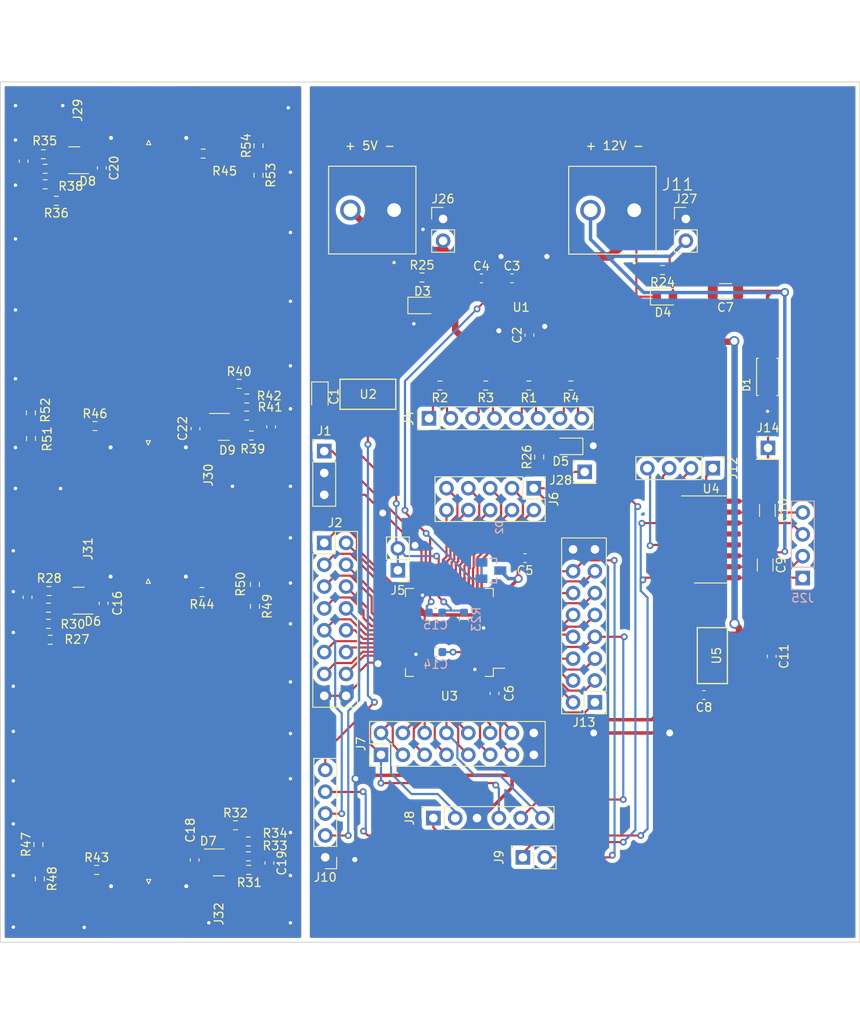
<source format=kicad_pcb>
(kicad_pcb (version 20221018) (generator pcbnew)
  (layers (0 "F.Cu" signal) (31 "B.Cu" signal) (34 "B.Paste" user) (35 "F.Paste" user) (36 "B.SilkS" user "B.Silkscreen") (37 "F.SilkS" user "F.Silkscreen") (38 "B.Mask" user) (39 "F.Mask" user) (44 "Edge.Cuts" user))
  (net 0 "")
  (net 1 "Net-(D1-K)")
  (net 2 "VCC5_IN")
  (net 3 "GND_A")
  (net 4 "VCC5_D")
  (net 5 "VDD3_D")
  (net 6 "VCC12_IN")
  (net 7 "VCC3_D")
  (net 8 "VDD3_A")
  (net 9 "GND_D")
  (net 10 "SWO")
  (net 11 "SWCLK")
  (net 12 "SWDIO")
  (net 13 "STLINK_TX")
  (net 14 "STLINK_RX")
  (net 15 "NRST")
  (net 16 "/PC13")
  (net 17 "/PC14")
  (net 18 "/PC15")
  (net 19 "/PF0")
  (net 20 "/PF1")
  (net 21 "/PC0")
  (net 22 "/PC1")
  (net 23 "/PC2")
  (net 24 "/PC3")
  (net 25 "/PA0")
  (net 26 "/PA1")
  (net 27 "/PA4")
  (net 28 "/PA5")
  (net 29 "/PA6")
  (net 30 "/PA7")
  (net 31 "/PC4")
  (net 32 "/PC5")
  (net 33 "/PB0")
  (net 34 "/PB1")
  (net 35 "/PB2")
  (net 36 "/PB10")
  (net 37 "/PB11")
  (net 38 "/PB12")
  (net 39 "/PB13")
  (net 40 "/PB14")
  (net 41 "/PB15")
  (net 42 "/PC6")
  (net 43 "/PC7")
  (net 44 "/PC8")
  (net 45 "/PC9")
  (net 46 "/PA8")
  (net 47 "/PA9")
  (net 48 "/PA10")
  (net 49 "/PA11")
  (net 50 "/PA12")
  (net 51 "/PA15")
  (net 52 "/PC10")
  (net 53 "/PC11")
  (net 54 "/PC12")
  (net 55 "/PD2")
  (net 56 "/PB4")
  (net 57 "/PB5")
  (net 58 "/PB6")
  (net 59 "/PB7")
  (net 60 "/PB8")
  (net 61 "/PB9")
  (net 62 "Net-(J18-Pin_1)")
  (net 63 "Net-(J17-Pin_1)")
  (net 64 "Net-(U1-Cbyp)")
  (net 65 "Net-(D3-A)")
  (net 66 "Net-(D4-A)")
  (net 67 "Net-(J4-Pin_8)")
  (net 68 "Net-(J4-Pin_7)")
  (net 69 "Net-(J4-Pin_6)")
  (net 70 "Net-(J4-Pin_5)")
  (net 71 "Net-(J4-Pin_4)")
  (net 72 "Net-(J4-Pin_3)")
  (net 73 "Net-(J4-Pin_2)")
  (net 74 "Net-(J4-Pin_1)")
  (net 75 "Net-(J12-Pin_3)")
  (net 76 "Net-(J12-Pin_2)")
  (net 77 "Net-(J12-Pin_1)")
  (net 78 "Net-(J13-Pin_1)")
  (net 79 "Net-(J24-Pin_4)")
  (net 80 "Net-(J24-Pin_2)")
  (net 86 "Net-(D5-A)")
  (net 87 "Net-(J28-Pin_1)")
  (net 88 "Net-(J29-In)")
  (net 89 "Net-(J31-In)")
  (net 90 "Net-(C16-Pad1)")
  (net 91 "Net-(D6-A)")
  (net 92 "Net-(C17-Pad2)")
  (net 93 "Net-(C18-Pad1)")
  (net 94 "Net-(D7-A)")
  (net 95 "Net-(C19-Pad2)")
  (net 96 "Net-(C20-Pad1)")
  (net 97 "Net-(D8-A)")
  (net 98 "Net-(C21-Pad2)")
  (net 99 "Net-(C22-Pad1)")
  (net 100 "Net-(D9-A)")
  (net 101 "Net-(C23-Pad2)")
  (net 102 "Net-(D6-K-Pad1)")
  (net 103 "Net-(D6-K-Pad3)")
  (net 104 "Net-(D7-K-Pad1)")
  (net 105 "Net-(D7-K-Pad3)")
  (net 106 "Net-(D8-K-Pad1)")
  (net 107 "Net-(D8-K-Pad3)")
  (net 108 "Net-(D9-K-Pad1)")
  (net 109 "Net-(D9-K-Pad3)")
  (net 110 "Net-(R29-Pad1)")
  (net 111 "Net-(R33-Pad1)")
  (net 112 "Net-(R37-Pad1)")
  (net 113 "Net-(R41-Pad1)")
  (net 114 "Net-(C17-Pad1)")
  (net 115 "Net-(C19-Pad1)")
  (net 116 "Net-(R43-Pad1)")
  (net 117 "Net-(R44-Pad1)")
  (net 118 "Net-(R45-Pad1)")
  (net 119 "Net-(R46-Pad1)")
  (net 120 "/GND_S")
  (net 121 "Net-(C21-Pad1)")
  (net 122 "Net-(C23-Pad1)")
  (net 123 "Net-(J12-Pin_4)")
  (footprint "Resistor_SMD:R_0603_1608Metric" (layer "F.Cu") (at 76.5002 48.8188 180)
    (fp_text reference "R36")
    (fp_text value "120" hide)
  )
  (footprint "Resistor_SMD:R_0603_1608Metric" (layer "F.Cu") (at 75 43.4 180)
    (fp_text reference "R35")
    (fp_text value "120" hide)
  )
  (footprint "Resistor_SMD:R_0603_1608Metric" (layer "F.Cu") (at 75.2 46.9)
    (fp_text reference "R38")
    (fp_text value "120" hide)
  )
  (footprint "Package_QFP:LQFP-64_10x10mm_P0.5mm" (layer "F.Cu") (at 122.247 98.993 180)
    (fp_text reference "U3")
    (fp_text value "STM32G474RETx" hide)
  )
  (footprint "LED_SMD:LED_0805_2012Metric" (layer "F.Cu") (at 147.3176 59.9656)
    (fp_text reference "D4")
    (fp_text value "LED")
  )
  (footprint "Capacitor_SMD:C_0603_1608Metric" (layer "F.Cu") (at 127.494 106.079 90)
    (fp_text reference "C6")
    (fp_text value "0.1u")
  )
  (footprint "Resistor_SMD:R_0603_1608Metric" (layer "F.Cu") (at 93.45 94.3 180)
    (fp_text reference "R44")
    (fp_text value "50" hide)
  )
  (footprint "Resistor_SMD:R_0603_1608Metric" (layer "F.Cu") (at 98.85 125.0188)
    (fp_text reference "R33")
    (fp_text value "120" hide)
  )
  (footprint "Resistor_SMD:R_0603_1608Metric" (layer "F.Cu") (at 75.599 96.1136 180)
    (fp_text reference "R29" hide)
    (fp_text value "120" hide)
  )
  (footprint "Connector_Coaxial:SMA_Molex_73251-1153_EdgeMount_Horizontal" (layer "F.Cu") (at 87.2 79.2 90)
    (fp_text reference "J30")
    (fp_text value "Conn_Coaxial" hide)
  )
  (footprint "Connector_Coaxial:SMA_Molex_73251-1153_EdgeMount_Horizontal" (layer "F.Cu") (at 87.25 130.21 90)
    (fp_text reference "J32")
    (fp_text value "Conn_Coaxial" hide)
  )
  (footprint "Resistor_SMD:R_0603_1608Metric" (layer "F.Cu") (at 75.7936 99.8474 180)
    (fp_text reference "R27")
    (fp_text value "120" hide)
  )
  (footprint "Resistor_SMD:R_0603_1608Metric" (layer "F.Cu") (at 75.5868 97.9932)
    (fp_text reference "R30")
    (fp_text value "120" hide)
  )
  (footprint "LED_SMD:LED_0805_2012Metric" (layer "F.Cu") (at 136.09 77.36 180)
    (fp_text reference "D5")
    (fp_text value "LED")
  )
  (footprint "Connector_Coaxial:SMA_Molex_73251-1153_EdgeMount_Horizontal" (layer "F.Cu") (at 87.2 90.78 -90)
    (fp_text reference "J31")
    (fp_text value "Conn_Coaxial" hide)
  )
  (footprint "Capacitor_SMD:C_0603_1608Metric" (layer "F.Cu") (at 125.97 57.832)
    (fp_text reference "C4")
    (fp_text value "1uF")
  )
  (footprint "Resistor_SMD:R_0603_1608Metric" (layer "F.Cu") (at 136.384 70.291 180)
    (fp_text reference "R4")
    (fp_text value "50")
  )
  (footprint "Connector_PinHeader_2.54mm:PinHeader_1x02_P2.54mm_Vertical" (layer "F.Cu") (at 121.5112 50.9232)
    (fp_text reference "J26")
    (fp_text value "Conn_01x02_Pin")
  )
  (footprint "LED_SMD:LED_0805_2012Metric" (layer "F.Cu") (at 107.174 71.561 -90)
    (fp_text reference "C1")
    (fp_text value "1uF")
  )
  (footprint "Capacitor_SMD:C_0603_1608Metric" (layer "F.Cu") (at 92.6 125.45 -90)
    (fp_text reference "C18")
    (fp_text value "1n" hide)
  )
  (footprint "Resistor_SMD:R_0603_1608Metric" (layer "F.Cu") (at 81.2 126.6)
    (fp_text reference "R43")
    (fp_text value "50" hide)
  )
  (footprint "Connector_PinHeader_2.54mm:PinHeader_1x02_P2.54mm_Vertical" (layer "F.Cu") (at 116.25 91.77 180)
    (fp_text reference "J5")
    (fp_text value "Conn_01x02" hide)
  )
  (footprint "Capacitor_SMD:C_0603_1608Metric" (layer "F.Cu") (at 82 95.6 90)
    (fp_text reference "C16")
    (fp_text value "1n" hide)
  )
  (footprint "inverter:SOT-23-D-PP" (layer "F.Cu") (at 78.6 44.1 180)
    (fp_text reference "D8")
    (fp_text value "BAT54SW" hide)
  )
  (footprint "Capacitor_SMD:C_0603_1608Metric" (layer "F.Cu") (at 72.7 44.2 90)
    (fp_text reference "C21" hide)
    (fp_text value "1n" hide)
  )
  (footprint "Resistor_SMD:R_0603_1608Metric" (layer "F.Cu") (at 98.85 123.3 180)
    (fp_text reference "R34")
    (fp_text value "120" hide)
  )
  (footprint "Resistor_SMD:R_0603_1608Metric" (layer "F.Cu") (at 100.0338 45.847 -90)
    (fp_text reference "R53")
    (fp_text value "0" hide)
  )
  (footprint "Capacitor_SMD:C_1206_3216Metric" (layer "F.Cu") (at 158.99 91.155 -90)
    (fp_text reference "C9")
    (fp_text value "100n")
  )
  (footprint "inverter:SOT-23-D-PP" (layer "F.Cu") (at 79.1 95.3 180)
    (fp_text reference "D6")
    (fp_text value "BAT54SW")
  )
  (footprint "Capacitor_SMD:C_1206_3216Metric" (layer "F.Cu") (at 159.244 84.805 -90)
    (fp_text reference "C10")
    (fp_text value "100n")
  )
  (footprint "snap_eda:DO-214-AC_SMA" (layer "F.Cu") (at 159.2694 69.2874 90)
    (fp_text reference "D1")
    (fp_text value "BYG21M")
  )
  (footprint "Resistor_SMD:R_0603_1608Metric" (layer "F.Cu") (at 98.6622 73.787)
    (fp_text reference "R41")
    (fp_text value "120" hide)
  )
  (footprint "Resistor_SMD:R_0603_1608Metric" (layer "F.Cu") (at 73.5416 73.4568 90)
    (fp_text reference "R52")
    (fp_text value "0" hide)
  )
  (footprint "Capacitor_SMD:C_0603_1608Metric" (layer "F.Cu") (at 101.3 125.8 -90)
    (fp_text reference "C19")
    (fp_text value "1n" hide)
  )
  (footprint "Connector_PinHeader_2.54mm:PinHeader_1x08_P2.54mm_Vertical" (layer "F.Cu") (at 119.874 74.101 90)
    (fp_text reference "J4")
    (fp_text value "Conn_01x08" hide)
  )
  (footprint "Resistor_SMD:R_0603_1608Metric" (layer "F.Cu") (at 126.478 70.291 180)
    (fp_text reference "R3")
    (fp_text value "50" hide)
  )
  (footprint "Resistor_SMD:R_0603_1608Metric" (layer "F.Cu") (at 147.0514 56.8668 180)
    (fp_text reference "R24")
    (fp_text value "510")
  )
  (footprint "Resistor_SMD:R_0603_1608Metric" (layer "F.Cu") (at 75.2 45.1 180)
    (fp_text reference "R37" hide)
    (fp_text value "120" hide)
  )
  (footprint "Resistor_SMD:R_0603_1608Metric" (layer "F.Cu") (at 98.9 126.5936)
    (fp_text reference "R31")
    (fp_text value "120" hide)
  )
  (footprint "Connector_PinHeader_2.54mm:PinHeader_1x03_P2.54mm_Vertical" (layer "F.Cu") (at 107.682 77.911)
    (fp_text reference "J1")
    (fp_text value "Conn_01x03" hide)
  )
  (footprint "Resistor_SMD:R_0603_1608Metric" (layer "F.Cu") (at 119.0606 57.7304)
    (fp_text reference "R25")
    (fp_text value "2200")
  )
  (footprint "Resistor_SMD:R_0603_1608Metric" (layer "F.Cu") (at 74.422 123.6472 90)
    (fp_text reference "R47")
    (fp_text value "0" hide)
  )
  (footprint "Connector_PinHeader_2.54mm:PinHeader_2x08_P2.54mm_Vertical" (layer "F.Cu") (at 107.682 88.579)
    (fp_text reference "J2")
    (fp_text value "Conn_02x08_Odd_Even" hide)
  )
  (footprint "Resistor_SMD:R_0603_1608Metric" (layer "F.Cu") (at 74.583 127.635 -90)
    (fp_text reference "R48")
    (fp_text value "0" hide)
  )
  (footprint "Resistor_SMD:R_0603_1608Metric" (layer "F.Cu") (at 75.6568 94.1838 180)
    (fp_text reference "R28")
    (fp_text value "120" hide)
  )
  (footprint "Resistor_SMD:R_0603_1608Metric" (layer "F.Cu") (at 99.6188 93.4212 90)
    (fp_text reference "R50")
    (fp_text value "0" hide)
  )
  (footprint "Capacitor_SMD:C_0603_1608Metric" (layer "F.Cu") (at 92.7 75.3 -90)
    (fp_text reference "C22")
    (fp_text value "1n" hide)
  )
  (footprint "Resistor_SMD:R_0603_1608Metric" (layer "F.Cu") (at 97.7732 70.104)
    (fp_text reference "R40")
    (fp_text value "120" hide)
  )
  (footprint "Resistor_SMD:R_0603_1608Metric" (layer "F.Cu") (at 100.0338 42.418 90)
    (fp_text reference "R54")
    (fp_text value "0" hide)
  )
  (footprint "Connector_PinHeader_2.54mm:PinHeader_1x01_P2.54mm_Vertical" (layer "F.Cu") (at 159.3202 77.5424)
    (fp_text reference "J14")
    (fp_text value "Conn_01x01_Pin" hide)
  )
  (footprint "Connector_PinSocket_2.54mm:PinSocket_1x06_P2.54mm_Vertical" (layer "F.Cu") (at 120.382 120.57 90)
    (fp_text reference "J8")
    (fp_text value "Conn_01x06_Pin" hide)
  )
  (footprint "Capacitor_SMD:C_0603_1608Metric" (layer "F.Cu") (at 81.8 45 90)
    (fp_text reference "C20")
    (fp_text value "1n" hide)
  )
  (footprint "Capacitor_SMD:C_0603_1608Metric" (layer "F.Cu") (at 101.5 75.1 -90)
    (fp_text reference "C23" hide)
    (fp_text value "1n" hide)
  )
  (footprint "LED_SMD:LED_0805_2012Metric" (layer "F.Cu") (at 119.1005 60.9816)
    (fp_text reference "D3")
    (fp_text value "LED")
  )
  (footprint "Resistor_SMD:R_0603_1608Metric" (layer "F.Cu") (at 81 75)
    (fp_text reference "R46")
    (fp_text value "50" hide)
  )
  (footprint "Package_SO:SOIC-16_3.9x9.9mm_P1.27mm" (layer "F.Cu") (at 152.705 88.185)
    (fp_text reference "U4")
    (fp_text value "ADUM3223")
  )
  (footprint "Capacitor_SMD:C_0603_1608Metric" (layer "F.Cu") (at 131.05 90.357 180)
    (fp_text reference "C5")
    (fp_text value "0.1u")
  )
  (footprint "Connector_PinHeader_2.54mm:PinHeader_1x05_P2.54mm_Vertical" (layer "F.Cu") (at 107.8 125.13 180)
    (fp_text reference "J10")
    (fp_text value "Conn_01x05" hide)
  )
  (footprint "Connector_PinHeader_2.54mm:PinHeader_2x08_P2.54mm_Vertical" (layer "F.Cu") (at 139.178 107.121 180)
    (fp_text reference "J13")
    (fp_text value "Conn_02x08_Odd_Even" hide)
  )
  (footprint "Resistor_SMD:R_0603_1608Metric" (layer "F.Cu") (at 131.495 70.291 180)
    (fp_text reference "R1")
    (fp_text value "50")
  )
  (footprint "snap_eda:CUI_TB004-508-P02BE" (layer "F.Cu") (at 143.75 49.9125 180)
    (fp_text reference "J11")
    (fp_text value "Conn_01x02_Socket" hide)
  )
  (footprint "Connector_PinHeader_2.54mm:PinHeader_1x01_P2.54mm_Vertical" (layer "F.Cu") (at 137.986792 80.331208)
    (fp_text reference "J28")
    (fp_text value "Conn_01x01_Pin")
  )
  (footprint "Capacitor_SMD:C_0603_1608Metric" (layer "F.Cu") (at 159.752 101.774 -90)
    (fp_text reference "C11")
    (fp_text value "1uF")
  )
  (footprint "Resistor_SMD:R_0603_1608Metric" (layer "F.Cu") (at 132.7 78.6 90)
    (fp_text reference "R26")
    (fp_text value "510")
  )
  (footprint "Capacitor_SMD:C_0603_1608Metric" (layer "F.Cu") (at 151.865 106.274)
    (fp_text reference "C8")
    (fp_text value "1uF")
  )
  (footprint "inverter:SOT-23-D-PP" (layer "F.Cu") (at 96 75.1)
    (fp_text reference "D9")
    (fp_text value "BAT54SW" hide)
  )
  (footprint "Connector_PinSocket_2.54mm:PinSocket_1x02_P2.54mm_Vertical" (layer "F.Cu") (at 130.796 125.142 90)
    (fp_text reference "J9")
    (fp_text value "Conn_01x02_Pin" hide)
  )
  (footprint "inverter:SOT-223" (layer "F.Cu") (at 112.762 71.307)
    (fp_text reference "U2")
    (fp_text value "AZ1117-5.0" hide)
  )
  (footprint "Connector_PinHeader_2.54mm:PinHeader_2x05_P2.54mm_Vertical" (layer "F.Cu") (at 132.066 82.229 -90)
    (fp_text reference "J6")
    (fp_text value "Conn_02x05_Odd_Even" hide)
  )
  (footprint "inverter:SOT-223" (layer "F.Cu") (at 152.842 101.688 90)
    (fp_text reference "U5")
    (fp_text value "AZ1117-3.3")
  )
  (footprint "snap_eda:CUI_TB004-508-P02BE" (layer "F.Cu") (at 115.81 49.895 180)
    (fp_text reference "J3" hide)
    (fp_text value "Conn_01x02_Socket" hide)
  )
  (footprint "Resistor_SMD:R_0603_1608Metric" (layer "F.Cu") (at 99.2 76.1)
    (fp_text reference "R39")
    (fp_text value "120" hide)
  )
  (footprint "Connector_PinHeader_2.54mm:PinHeader_2x08_P2.54mm_Vertical" (layer "F.Cu") (at 114.286 113.217 90)
    (fp_text reference "J7")
    (fp_text value "Conn_02x08_Odd_Even" hide)
  )
  (footprint "Resistor_SMD:R_0603_1608Metric" (layer "F.Cu") (at 121.144 70.291 180)
    (fp_text reference "R2")
    (fp_text value "50")
  )
  (footprint "Capacitor_SMD:C_1206_3216Metric" (layer "F.Cu") (at 154.369 59.356 180)
    (fp_text reference "C7")
    (fp_text value "100n")
  )
  (footprint "Resistor_SMD:R_0603_1608Metric" (layer "F.Cu") (at 73.5584 76.454 -90)
    (fp_text reference "R51")
    (fp_text value "0" hide)
  )
  (footprint "Connector_PinHeader_2.54mm:PinHeader_1x02_P2.54mm_Vertical" (layer "F.Cu") (at 149.756 50.9232)
    (fp_text reference "J27")
    (fp_text value "Conn_01x02_Pin" hide)
  )
  (footprint "Resistor_SMD:R_0603_1608Metric" (layer "F.Cu") (at 98.6744 71.8058 180)
    (fp_text reference "R42")
    (fp_text value "120" hide)
  )
  (footprint "Capacitor_SMD:C_0603_1608Metric" (layer "F.Cu") (at 129.526 57.832 180)
    (fp_text reference "C3")
    (fp_text value "470p")
  )
  (footprint "Resistor_SMD:R_0603_1608Metric" (layer "F.Cu") (at 99.6188 95.9612 -90)
    (fp_text reference "R49")
    (fp_text value "0" hide)
  )
  (footprint "inverter:SOT23-5" (layer "F.Cu") (at 128.002 61.121 180)
    (fp_text reference "U1")
    (fp_text value "MIC5205")
  )
  (footprint "inverter:SOT-23-D-PP" (layer "F.Cu") (at 95.4 125.73)
    (fp_text reference "D7")
    (fp_text value "BAT54SW" hide)
  )
  (footprint "Resistor_SMD:R_0603_1608Metric" (layer "F.Cu") (at 93.6 43.3324 180)
    (fp_text reference "R45")
    (fp_text value "50" hide)
  )
  (footprint "Resistor_SMD:R_0603_1608Metric" (layer "F.Cu") (at 97.3582 121.412)
    (fp_text reference "R32")
    (fp_text value "120" hide)
  )
  (footprint "Capacitor_SMD:C_0603_1608Metric" (layer "F.Cu") (at 73.1606 94.9068 90)
    (fp_text reference "C17" hide)
    (fp_text value "1n" hide)
  )
  (footprint "Connector_Coaxial:SMA_Molex_73251-1153_EdgeMount_Horizontal" (layer "F.Cu") (at 87.25 39.79 -90)
    (fp_text reference "J29")
    (fp_text value "Conn_Coaxial" hide)
  )
  (footprint "Capacitor_SMD:C_0603_1608Metric" (layer "F.Cu") (at 131.558 64.436 90)
    (fp_text reference "C2")
    (fp_text value "1uF")
  )
  (footprint "Connector_PinHeader_2.54mm:PinHeader_1x04_P2.54mm_Vertical" (layer "F.Cu") (at 152.9 79.9 -90)
    (fp_text reference "J12")
    (fp_text value "Conn_01x04_Pin")
  )
  (footprint "Connector_PinHeader_2.54mm:PinHeader_1x04_P2.54mm_Vertical" (layer "B.Cu") (at 163.3642 92.6708)
    (fp_text reference "J25")
    (fp_text value "Conn_01x04")
  )
  (footprint "Capacitor_SMD:C_0603_1608Metric" (layer "B.Cu") (at 120.649 101.279)
    (fp_text reference "C14")
    (fp_text value "0.1u")
  )
  (footprint "snap_eda:SOT23" (layer "B.Cu") (at 127.07 91.802 90)
    (fp_text reference "D2")
    (fp_text value "BAS70-05")
  )
  (footprint "Capacitor_SMD:C_0603_1608Metric" (layer "B.Cu") (at 120.636 96.694)
    (fp_text reference "C15")
    (fp_text value "0.1u")
  )
  (footprint "Resistor_SMD:R_0603_1608Metric" (layer "B.Cu") (at 123.938 97.456 90)
    (fp_text reference "R23")
    (fp_text value "0")
  )
  (gr_line (start 170 35) (end 70 35) (stroke (width 0.1)) (layer "Edge.Cuts"))
  (gr_line (start 170 35) (end 170 135) (stroke (width 0.1)) (layer "Edge.Cuts"))
  (gr_line (start 70 35) (end 70 135) (stroke (width 0.1)) (layer "Edge.Cuts"))
  (gr_line (start 70 135) (end 170 135) (stroke (width 0.1)) (layer "Edge.Cuts"))
  (gr_text "+ 5V -" (at 110 43) (layer "F.SilkS") (effects (font (size 1 1)) (justify left bottom)))
  (gr_text "+ 12V -" (at 138 43) (layer "F.SilkS") (effects (font (size 1 1)) (justify left bottom)))
  (segment (start 159.3202 71.4682) (end 159.2694 71.4174) (width 0.25) (layer "F.Cu") (net 1))
  (segment (start 155.18 83.74) (end 158.834 83.74) (width 0.25) (layer "F.Cu") (net 1))
  (segment (start 159.3202 77.5424) (end 159.3202 83.2538) (width 0.25) (layer "F.Cu") (net 1))
  (segment (start 159.3202 77.5424) (end 159.3202 71.4682) (width 0.25) (layer "F.Cu") (net 1))
  (segment (start 159.3202 83.2538) (end 159.244 83.33) (width 0.25) (layer "F.Cu") (net 1))
  (segment (start 158.834 83.74) (end 159.244 83.33) (width 0.25) (layer "F.Cu") (net 1))
  (segment (start 130.018877 65.198) (end 129.277 64.456123) (width 0.75) (layer "F.Cu") (net 2))
  (segment (start 121.5112 53.4632) (end 121.5112 54.4792) (width 0.75) (layer "F.Cu") (net 2))
  (segment (start 128.530123 65.203) (end 129.277 64.456123) (width 0.75) (layer "F.Cu") (net 2))
  (segment (start 114.962 74.407) (end 115.81 73.559) (width 0.75) (layer "F.Cu") (net 2))
  (segment (start 126.991 65.203) (end 128.530123 65.203) (width 0.75) (layer "F.Cu") (net 2))
  (segment (start 126.727 62.591) (end 126.897 62.421) (width 0.75) (layer "F.Cu") (net 2))
  (segment (start 115.365 54.53) (end 115.81 54.53) (width 0.75) (layer "F.Cu") (net 2))
  (segment (start 121.4604 54.53) (end 121.7652 54.53) (width 0.75) (layer "F.Cu") (net 2))
  (segment (start 159.231 100.999) (end 157.72 99.488) (width 0.25) (layer "F.Cu") (net 2))
  (segment (start 129.277 64.456123) (end 129.277 62.591) (width 0.75) (layer "F.Cu") (net 2))
  (segment (start 157.72 99.488) (end 155.942 99.488) (width 0.25) (layer "F.Cu") (net 2))
  (segment (start 121.5112 53.4632) (end 121.5112 54.276) (width 0.75) (layer "F.Cu") (net 2))
  (segment (start 115.81 54.53) (end 121.4604 54.53) (width 0.75) (layer "F.Cu") (net 2))
  (segment (start 122.922 55.702) (end 122.922 63.882) (width 0.75) (layer "F.Cu") (net 2))
  (segment (start 126.986 65.198) (end 126.991 65.203) (width 0.75) (layer "F.Cu") (net 2))
  (segment (start 131.558 65.211) (end 131.545 65.198) (width 0.75) (layer "F.Cu") (net 2))
  (segment (start 110.73 49.895) (end 115.365 54.53) (width 0.75) (layer "F.Cu") (net 2))
  (segment (start 121.5112 54.4792) (end 121.4604 54.53) (width 0.75) (layer "F.Cu") (net 2))
  (segment (start 122.922 63.882) (end 124.238 65.198) (width 0.75) (layer "F.Cu") (net 2))
  (segment (start 130.542 65.198) (end 155.332 65.198) (width 0.75) (layer "F.Cu") (net 2))
  (segment (start 126.727 64.939) (end 126.727 62.591) (width 0.75) (layer "F.Cu") (net 2))
  (segment (start 155.332 65.198) (end 155.39 65.14) (width 0.75) (layer "F.Cu") (net 2))
  (segment (start 121.5112 54.276) (end 121.7652 54.53) (width 0.75) (layer "F.Cu") (net 2))
  (segment (start 129.277 62.591) (end 129.107 62.421) (width 0.75) (layer "F.Cu") (net 2))
  (segment (start 159.752 100.999) (end 159.231 100.999) (width 0.25) (layer "F.Cu") (net 2))
  (segment (start 121.7652 54.5452) (end 122.922 55.702) (width 0.75) (layer "F.Cu") (net 2))
  (segment (start 155.942 98.472) (end 155.434 97.964) (width 0.75) (layer "F.Cu") (net 2))
  (segment (start 118.2356 57.7304) (end 116.064 57.7304) (width 0.25) (layer "F.Cu") (net 2))
  (segment (start 155.942 99.488) (end 155.942 98.472) (width 0.75) (layer "F.Cu") (net 2))
  (segment (start 115.81 73.559) (end 115.81 57.4764) (width 0.75) (layer "F.Cu") (net 2))
  (segment (start 130.542 65.198) (end 130.018877 65.198) (width 0.75) (layer "F.Cu") (net 2))
  (segment (start 116.064 57.7304) (end 115.81 57.4764) (width 0.25) (layer "F.Cu") (net 2))
  (segment (start 121.7652 54.53) (end 121.7652 54.5452) (width 0.75) (layer "F.Cu") (net 2))
  (segment (start 131.545 65.198) (end 130.542 65.198) (width 0.75) (layer "F.Cu") (net 2))
  (segment (start 124.238 65.198) (end 126.986 65.198) (width 0.75) (layer "F.Cu") (net 2))
  (segment (start 115.81 57.4764) (end 115.81 54.53) (width 0.75) (layer "F.Cu") (net 2))
  (segment (start 126.986 65.198) (end 126.727 64.939) (width 0.75) (layer "F.Cu") (net 2))
  (via (at 155.434 97.964) (size 1.2) (drill 0.8) (layers "F.Cu" "B.Cu") (net 2))
  (via (at 155.39 65.14) (size 1.2) (drill 0.8) (layers "F.Cu" "B.Cu") (net 2))
  (segment (start 155.434 97.964) (end 155.434 65.184) (width 0.75) (layer "B.Cu") (net 2))
  (segment (start 155.434 65.184) (end 155.39 65.14) (width 0.75) (layer "B.Cu") (net 2))
  (segment (start 120.997 94.854901) (end 121.579099 95.437) (width 0.25) (layer "F.Cu") (net 3))
  (segment (start 116.064 84.007) (end 116.064 82.483) (width 0.25) (layer "F.Cu") (net 3))
  (segment (start 120.997 93.318) (end 120.997 90.3646) (width 0.25) (layer "F.Cu") (net 3))
  (segment (start 110.462 74.407) (end 109.245 74.407) (width 0.25) (layer "F.Cu") (net 3))
  (segment (start 110.462 76.881) (end 116.064 82.483) (width 0.25) (layer "F.Cu") (net 3))
  (segment (start 120.997 93.318) (end 120.997 94.854901) (width 0.25) (layer "F.Cu") (net 3))
  (segment (start 120.997 90.3646) (end 120.7516 90.1192) (width 0.25) (layer "F.Cu") (net 3))
  (segment (start 110.462 76.881) (end 110.462 74.407) (width 0.25) (layer "F.Cu") (net 3))
  (segment (start 109.245 74.407) (end 107.174 72.336) (width 0.25) (layer "F.Cu") (net 3))
  (via (at 120.7516 90.1192) (size 0.8) (drill 0.4) (layers "F.Cu" "B.Cu") (net 3))
  (via (at 121.579099 95.437) (size 0.8) (drill 0.4) (layers "F.Cu" "B.Cu") (net 3))
  (via (at 116.064 84.007) (size 0.8) (drill 0.4) (layers "F.Cu" "B.Cu") (net 3))
  (segment (start 121.652 96.453) (end 121.411 96.694) (width 0.25) (layer "B.Cu") (net 3))
  (segment (start 121.652 96.453) (end 122.414 96.453) (width 0.25) (layer "B.Cu") (net 3))
  (segment (start 116.25 91.77) (end 116.25 89.23) (width 0.25) (layer "B.Cu") (net 3))
  (segment (start 117.1392 90.1192) (end 116.25 89.23) (width 0.25) (layer "B.Cu") (net 3))
  (segment (start 121.652 95.437) (end 121.579099 95.437) (width 0.25) (layer "B.Cu") (net 3))
  (segment (start 116.064 84.007) (end 116.064 89.044) (width 0.25) (layer "B.Cu") (net 3))
  (segment (start 116.064 89.044) (end 116.25 89.23) (width 0.25) (layer "B.Cu") (net 3))
  (segment (start 122.414 96.199) (end 122.414 96.453) (width 0.25) (layer "B.Cu") (net 3))
  (segment (start 123.43 96.453) (end 121.652 96.453) (width 0.25) (layer "B.Cu") (net 3))
  (segment (start 120.7516 90.1192) (end 117.1392 90.1192) (width 0.25) (layer "B.Cu") (net 3))
  (segment (start 116.572 92.092) (end 116.25 91.77) (width 0.25) (layer "B.Cu") (net 3))
  (segment (start 122.414 96.199) (end 121.652 95.437) (width 0.25) (layer "B.Cu") (net 3))
  (segment (start 112.762 74.407) (end 112.762 77.136) (width 0.25) (layer "F.Cu") (net 4))
  (segment (start 108.229 68.207) (end 112.762 68.207) (width 0.25) (layer "F.Cu") (net 4))
  (segment (start 107.8 114.97) (end 107.8 112.832) (width 0.25) (layer "F.Cu") (net 4))
  (segment (start 107.174 70.786) (end 107.174 69.262) (width 0.25) (layer "F.Cu") (net 4))
  (segment (start 107.174 69.262) (end 108.229 68.207) (width 0.25) (layer "F.Cu") (net 4))
  (segment (start 107.8 112.832) (end 113.524 107.108) (width 0.25) (layer "F.Cu") (net 4))
  (via (at 113.524 107.108) (size 0.8) (drill 0.4) (layers "F.Cu" "B.Cu") (net 4))
  (via (at 112.762 77.136) (size 0.8) (drill 0.4) (layers "F.Cu" "B.Cu") (net 4))
  (segment (start 112.762 106.346) (end 112.762 77.136) (width 0.25) (layer "B.Cu") (net 4))
  (segment (start 113.524 107.108) (end 112.762 106.346) (width 0.25) (layer "B.Cu") (net 4))
  (segment (start 119.366 96.948) (end 118.262 95.844) (width 0.4) (layer "F.Cu") (net 5))
  (segment (start 125.997 103.057) (end 125.997 104.668) (width 0.25) (layer "F.Cu") (net 5))
  (segment (start 125.208 96.961) (end 118.497 96.961) (width 0.25) (layer "F.Cu") (net 5))
  (segment (start 125.208 96.961) (end 125.12 97.049) (width 0.4) (layer "F.Cu") (net 5))
  (segment (start 125.97 95.243) (end 125.208 96.005) (width 0.4) (layer "F.Cu") (net 5))
  (segment (start 125.12 101.953) (end 125.91 102.743) (width 0.4) (layer "F.Cu") (net 5))
  (segment (start 125.91 102.743) (end 125.997 102.83) (width 0.25) (layer "F.Cu") (net 5))
  (segment (start 125.91 102.743) (end 132.08 108.913) (width 0.4) (layer "F.Cu") (net 5))
  (segment (start 125.12 97.049) (end 125.12 101.953) (width 0.4) (layer "F.Cu") (net 5))
  (segment (start 118.824 102.523) (end 125.69 102.523) (width 0.25) (layer "F.Cu") (net 5))
  (segment (start 118.337 95.277) (end 118.497 95.437) (width 0.25) (layer "F.Cu") (net 5))
  (segment (start 127.922 95.243) (end 125.97 95.243) (width 0.25) (layer "F.Cu") (net 5))
  (segment (start 132.08 109.14) (end 127.501 104.561) (width 0.25) (layer "F.Cu") (net 5))
  (segment (start 127.501 104.561) (end 125.85 102.91) (width 0.25) (layer "F.Cu") (net 5))
  (segment (start 118.497 95.437) (end 118.497 95.691) (width 0.25) (layer "F.Cu") (net 5))
  (segment (start 122.668 101.279) (end 124.219 101.279) (width 0.25) (layer "F.Cu") (net 5))
  (segment (start 148.648 106.274) (end 149.592 105.33) (width 0.25) (layer "F.Cu") (net 5))
  (segment (start 149.592 101.838) (end 149.742 101.688) (width 0.4) (layer "F.Cu") (net 5))
  (segment (start 118.497 93.318) (end 118.337 93.478) (width 0.25) (layer "F.Cu") (net 5))
  (segment (start 118.337 93.478) (end 118.337 95.277) (width 0.25) (layer "F.Cu") (net 5))
  (segment (start 155.942 101.688) (end 149.742 101.688) (width 0.4) (layer "F.Cu") (net 5))
  (segment (start 116.572 102.743) (end 118.604 102.743) (width 0.25) (layer "F.Cu") (net 5))
  (segment (start 119.366 96.56) (end 119.366 96.948) (width 0.25) (layer "F.Cu") (net 5))
  (segment (start 119.379 96.961) (end 119.366 96.948) (width 0.4) (layer "F.Cu") (net 5))
  (segment (start 125.85 102.91) (end 125.208 102.268) (width 0.25) (layer "F.Cu") (net 5))
  (segment (start 119.366 96.948) (end 119.366 101.981) (width 0.25) (layer "F.Cu") (net 5))
  (segment (start 125.997 103.057) (end 125.85 102.91) (width 0.25) (layer "F.Cu") (net 5))
  (segment (start 124.219 101.279) (end 125.208 102.268) (width 0.25) (layer "F.Cu") (net 5))
  (segment (start 118.497 96.961) (end 118.497 95.437) (width 0.25) (layer "F.Cu") (net 5))
  (segment (start 145.782 109.14) (end 149.592 105.33) (width 0.4) (layer "F.Cu") (net 5))
  (segment (start 119.366 101.981) (end 118.604 102.743) (width 0.25) (layer "F.Cu") (net 5))
  (segment (start 125.208 96.005) (end 125.208 96.961) (width 0.25) (layer "F.Cu") (net 5))
  (segment (start 127.494 104.568) (end 127.501 104.561) (width 0.4) (layer "F.Cu") (net 5))
  (segment (start 127.494 105.304) (end 127.494 104.568) (width 0.4) (layer "F.Cu") (net 5))
  (segment (start 130.275 92.74) (end 127.922 95.093) (width 0.4) (layer "F.Cu") (net 5))
  (segment (start 132.08 109.14) (end 132.08 108.913) (width 0.4) (layer "F.Cu") (net 5))
  (segment (start 118.262 93.503) (end 118.447 93.318) (width 0.4) (layer "F.Cu") (net 5))
  (segment (start 130.275 90.357) (end 130.275 92.74) (width 0.4) (layer "F.Cu") (net 5))
  (segment (start 132.08 109.14) (end 145.782 109.14) (width 0.4) (layer "F.Cu") (net 5))
  (segment (start 125.997 102.83) (end 125.997 103.057) (width 0.25) (layer "F.Cu") (net 5))
  (segment (start 148.648 106.274) (end 145.782 109.14) (width 0.25) (layer "F.Cu") (net 5))
  (segment (start 149.592 105.33) (end 149.592 101.838) (width 0.4) (layer "F.Cu") (net 5))
  (segment (start 118.497 95.691) (end 119.366 96.56) (width 0.25) (layer "F.Cu") (net 5))
  (segment (start 125.208 96.961) (end 119.379 96.961) (width 0.4) (layer "F.Cu") (net 5))
  (segment (start 125.69 102.523) (end 125.91 102.743) (width 0.25) (layer "F.Cu") (net 5))
  (segment (start 118.262 95.844) (end 118.262 93.503) (width 0.4) (layer "F.Cu") (net 5))
  (segment (start 151.09 106.274) (end 148.648 106.274) (width 0.25) (layer "F.Cu") (net 5))
  (segment (start 118.604 102.743) (end 118.824 102.523) (width 0.25) (layer "F.Cu") (net 5))
  (via (at 122.668 101.279) (size 0.8) (drill 0.4) (layers "F.Cu" "B.Cu") (net 5))
  (via (at 130.275 92.74) (size 1) (drill 0.6) (layers "F.Cu" "B.Cu") (net 5))
  (segment (start 130.275 92.74) (end 129.108 92.74) (width 0.4) (layer "B.Cu") (net 5))
  (segment (start 121.424 101.279) (end 122.668 101.279) (width 0.25) (layer "B.Cu") (net 5))
  (segment (start 129.108 92.74) (end 128.17 91.802) (width 0.4) (layer "B.Cu") (net 5))
  (segment (start 159.2694 67.1574) (end 159.2694 59.864) (width 0.4) (layer "F.Cu") (net 6))
  (segment (start 155.844 59.356) (end 161.149 59.356) (width 0.4) (layer "F.Cu") (net 6))
  (segment (start 158.58 90.09) (end 158.99 89.68) (width 0.25) (layer "F.Cu") (net 6))
  (segment (start 161.178 89.68) (end 161.276 89.582) (width 0.25) (layer "F.Cu") (net 6))
  (segment (start 159.2694 59.864) (end 159.6504 59.483) (width 0.4) (layer "F.Cu") (net 6))
  (segment (start 161.149 59.356) (end 161.276 59.483) (width 0.4) (layer "F.Cu") (net 6))
  (segment (start 147.8764 55.3428) (end 149.756 53.4632) (width 0.25) (layer "F.Cu") (net 6))
  (segment (start 155.18 90.09) (end 158.58 90.09) (width 0.25) (layer "F.Cu") (net 6))
  (segment (start 159.6504 59.483) (end 161.276 59.483) (width 0.4) (layer "F.Cu") (net 6))
  (segment (start 158.99 89.68) (end 161.178 89.68) (width 0.25) (layer "F.Cu") (net 6))
  (segment (start 147.8764 56.8668) (end 147.8764 55.3428) (width 0.25) (layer "F.Cu") (net 6))
  (via (at 161.2684 59.4576) (size 1) (drill 0.6) (layers "F.Cu" "B.Cu") (net 6))
  (via (at 161.276 89.582) (size 0.8) (drill 0.4) (layers "F.Cu" "B.Cu") (net 6))
  (segment (start 138.67 49.9125) (end 138.67 53.3) (width 0.4) (layer "B.Cu") (net 6))
  (segment (start 144.853 59.483) (end 161.276 59.483) (width 0.4) (layer "B.Cu") (net 6))
  (segment (start 147.9492 55.27) (end 140.81 55.27) (width 0.4) (layer "B.Cu") (net 6))
  (segment (start 140.81 55.27) (end 140.725 55.355) (width 0.4) (layer "B.Cu") (net 6))
  (segment (start 138.67 53.3) (end 140.725 55.355) (width 0.4) (layer "B.Cu") (net 6))
  (segment (start 161.276 59.483) (end 161.276 89.582) (width 0.4) (layer "B.Cu") (net 6))
  (segment (start 149.756 53.4632) (end 147.9492 55.27) (width 0.4) (layer "B.Cu") (net 6))
  (segment (start 140.725 55.355) (end 144.853 59.483) (width 0.4) (layer "B.Cu") (net 6))
  (segment (start 150.23 86.28) (end 144.672444 86.28) (width 0.25) (layer "F.Cu") (net 7))
  (segment (start 121.31399 122.60199) (end 112.762002 122.60199) (width 0.25) (layer "F.Cu") (net 7))
  (segment (start 145.02 92.63) (end 150.23 92.63) (width 0.25) (layer "F.Cu") (net 7))
  (segment (start 144.766 92.884) (end 145.02 92.63) (width 0.25) (layer "F.Cu") (net 7))
  (segment (start 120.382 121.67) (end 121.31399 122.60199) (width 0.25) (layer "F.Cu") (net 7))
  (segment (start 120.382 120.57) (end 120.382 121.67) (width 0.25) (layer "F.Cu") (net 7))
  (segment (start 144.672444 86.28) (end 144.645942 86.306502) (width 0.25) (layer "F.Cu") (net 7))
  (segment (start 112.762002 122.60199) (end 112.254012 122.094) (width 0.25) (layer "F.Cu") (net 7))
  (segment (start 112.160576 117.538101) (end 112.201 117.497677) (width 0.25) (layer "F.Cu") (net 7))
  (segment (start 107.828101 117.538101) (end 112.160576 117.538101) (width 0.25) (layer "F.Cu") (net 7))
  (segment (start 144.512 122.60199) (end 121.31399 122.60199) (width 0.25) (layer "F.Cu") (net 7))
  (segment (start 107.8 117.51) (end 107.828101 117.538101) (width 0.25) (layer "F.Cu") (net 7))
  (via (at 144.766 92.884) (size 0.8) (drill 0.4) (layers "F.Cu" "B.Cu") (net 7))
  (via (at 112.201 117.497677) (size 0.8) (drill 0.4) (layers "F.Cu" "B.Cu") (net 7))
  (via (at 144.512 122.60199) (size 0.8) (drill 0.4) (layers "F.Cu" "B.Cu") (net 7))
  (via (at 144.645942 86.306502) (size 0.8) (drill 0.4) (layers "F.Cu" "B.Cu") (net 7))
  (via (at 112.254012 122.094) (size 0.8) (drill 0.4) (layers "F.Cu" "B.Cu") (net 7))
  (segment (start 144.512 94.154) (end 144.512 93.138) (width 0.25) (layer "B.Cu") (net 7))
  (segment (start 112.508 121.840012) (end 112.508 117.804677) (width 0.25) (layer "B.Cu") (net 7))
  (segment (start 145.305 121.80899) (end 144.512 122.60199) (width 0.25) (layer "B.Cu") (net 7))
  (segment (start 144.512 94.154) (end 144.512 86.440444) (width 0.25) (layer "B.Cu") (net 7))
  (segment (start 112.254012 122.094) (end 112.508 121.840012) (width 0.25) (layer "B.Cu") (net 7))
  (segment (start 144.512 93.138) (end 144.766 92.884) (width 0.25) (layer "B.Cu") (net 7))
  (segment (start 144.512 94.154) (end 145.305 94.947) (width 0.25) (layer "B.Cu") (net 7))
  (segment (start 145.305 94.947) (end 145.305 121.80899) (width 0.25) (layer "B.Cu") (net 7))
  (segment (start 112.508 117.804677) (end 112.201 117.497677) (width 0.25) (layer "B.Cu") (net 7))
  (segment (start 144.512 86.440444) (end 144.645942 86.306502) (width 0.25) (layer "B.Cu") (net 7))
  (segment (start 125.462 61.388) (end 126.579 60.271) (width 0.25) (layer "F.Cu") (net 8))
  (segment (start 119.54 87.47) (end 119.997 87.927) (width 0.25) (layer "F.Cu") (net 8))
  (segment (start 126.579 60.271) (end 126.602 60.271) (width 0.25) (layer "F.Cu") (net 8))
  (segment (start 125.195 57.832) (end 124.192 57.832) (width 0.25) (layer "F.Cu") (net 8))
  (segment (start 126.602 60.271) (end 127.052 59.821) (width 0.25) (layer "F.Cu") (net 8))
  (segment (start 119.997 95.293) (end 120.128 95.424) (width 0.25) (layer "F.Cu") (net 8))
  (segment (start 119.54 87.47) (end 117.08 85.01) (width 0.25) (layer "F.Cu") (net 8))
  (segment (start 123.938 58.086) (end 123.938 58.594) (width 0.25) (layer "F.Cu") (net 8))
  (segment (start 124.192 57.832) (end 123.938 58.086) (width 0.25) (layer "F.Cu") (net 8))
  (segment (start 125.165 59.821) (end 127.052 59.821) (width 0.25) (layer "F.Cu") (net 8))
  (segment (start 119.997 87.927) (end 119.997 93.318) (width 0.25) (layer "F.Cu") (net 8))
  (segment (start 119.997 93.318) (end 119.997 95.293) (width 0.25) (layer "F.Cu") (net 8))
  (segment (start 117.08 85.01) (end 117.08 84.79) (width 0.25) (layer "F.Cu") (net 8))
  (segment (start 123.938 58.594) (end 125.165 59.821) (width 0.25) (layer "F.Cu") (net 8))
  (via (at 119.54 87.47) (size 0.8) (drill 0.4) (layers "F.Cu" "B.Cu") (net 8))
  (via (at 117.08 84.79) (size 0.8) (drill 0.4) (layers "F.Cu" "B.Cu") (net 8))
  (via (at 120.128 95.424) (size 0.8) (drill 0.4) (layers "F.Cu" "B.Cu") (net 8))
  (via (at 125.462 61.388) (size 0.8) (drill 0.4) (layers "F.Cu" "B.Cu") (net 8))
  (segment (start 124.822 92.752) (end 125.97 92.752) (width 0.25) (layer "B.Cu") (net 8))
  (segment (start 125.462 61.388) (end 117.08 69.77) (width 0.25) (layer "B.Cu") (net 8))
  (segment (start 119.62 96.453) (end 119.62 95.932) (width 0.25) (layer "B.Cu") (net 8))
  (segment (start 119.861 96.694) (end 119.62 96.453) (width 0.25) (layer "B.Cu") (net 8))
  (segment (start 119.62 95.932) (end 120.128 95.424) (width 0.25) (layer "B.Cu") (net 8))
  (segment (start 119.54 87.47) (end 124.822 92.752) (width 0.25) (layer "B.Cu") (net 8))
  (segment (start 117.08 69.77) (end 117.08 84.79) (width 0.25) (layer "B.Cu") (net 8))
  (segment (start 125.97 90.852) (end 125.97 92.752) (width 0.25) (layer "B.Cu") (net 8))
  (segment (start 132.066 113.217) (end 132.066 110.677) (width 0.4) (layer "F.Cu") (net 9))
  (segment (start 116.572 102.243) (end 117.64 102.243) (width 0.25) (layer "F.Cu") (net 9))
  (segment (start 146.3801 59.9656) (end 144.2072 59.9656) (width 0.25) (layer "F.Cu") (net 9))
  (segment (start 157.72 104.314) (end 157.72 104.568) (width 0.25) (layer "F.Cu") (net 9))
  (segment (start 115.81 49.895) (end 119.1236 49.895) (width 1) (layer "F.Cu") (net 9))
  (segment (start 135.368 89.341) (end 128.966 95.743) (width 0.25) (layer "F.Cu") (net 9))
  (segment (start 127.079236 95.743) (end 126.224 96.598236) (width 0.25) (layer "F.Cu") (net 9))
  (segment (start 118.997 94.547) (end 119.112 94.662) (width 0.25) (layer "F.Cu") (net 9))
  (segment (start 128.256 55.292) (end 133.59 55.292) (width 1) (layer "F.Cu") (net 9))
  (segment (start 135.114 89.341) (end 132.841 89.341) (width 0.25) (layer "F.Cu") (net 9))
  (segment (start 151.8388 62.4548) (end 145.8444 62.4548) (width 0.25) (layer "F.Cu") (net 9))
  (segment (start 125.497 105.647) (end 125.497 104.668) (width 0.25) (layer "F.Cu") (net 9))
  (segment (start 152.64 106.274) (end 156.776 106.274) (width 0.25) (layer "F.Cu") (net 9))
  (segment (start 157.72 104.568) (end 157.72 105.33) (width 0.25) (layer "F.Cu") (net 9))
  (segment (start 126.224 96.598236) (end 126.224 98.472) (width 0.25) (layer "F.Cu") (net 9))
  (segment (start 127.494 106.854) (end 127.494 107.616) (width 0.25) (layer "F.Cu") (net 9))
  (segment (start 144.2072 59.9656) (end 144.004 59.7624) (width 0.25) (layer "F.Cu") (net 9))
  (segment (start 118.278094 88.833506) (end 118.243679 88.867921) (width 0.75) (layer "F.Cu") (net 9))
  (segment (start 137.0275 77.36) (end 138.9184 77.36) (width 0.75) (layer "F.Cu") (net 9))
  (segment (start 128.256 55.292) (end 128.751 55.787) (width 0.25) (layer "F.Cu") (net 9))
  (segment (start 143.75 49.9125) (end 143.75 52.244) (width 0.25) (layer "F.Cu") (net 9))
  (segment (start 130.542 109.153) (end 129.003 109.153) (width 0.25) (layer "F.Cu") (net 9))
  (segment (start 145.8444 62.4548) (end 144.004 60.6144) (width 0.25) (layer "F.Cu") (net 9))
  (segment (start 107.682 82.991) (end 112.435588 82.991) (width 0.25) (layer "F.Cu") (net 9))
  (segment (start 125.984082 120.57) (end 125.462 120.57) (width 0.4) (layer "F.Cu") (net 9))
  (segment (start 157.733 104.568) (end 157.72 104.568) (width 0.25) (layer "F.Cu") (net 9))
  (segment (start 131.558 63.661) (end 133.095 63.661) (width 0.4) (layer "F.Cu") (net 9))
  (segment (start 119.1744 49.9458) (end 119.1236 49.895) (width 0.25) (layer "F.Cu") (net 9))
  (segment (start 132.841 89.341) (end 131.825 90.357) (width 0.25) (layer "F.Cu") (net 9))
  (segment (start 114.518894 85.074306) (end 114.484479 85.108721) (width 0.75) (layer "F.Cu") (net 9))
  (segment (start 111.749 115.6) (end 129.395 115.6) (width 0.4) (layer "F.Cu") (net 9))
  (segment (start 111.746 104.835) (end 111.746 103.565) (width 0.25) (layer "F.Cu") (net 9))
  (segment (start 157.72 109.648) (end 157.593 109.775) (width 0.25) (layer "F.Cu") (net 9))
  (segment (start 128.966 95.743) (end 127.922 95.743) (width 0.25) (layer "F.Cu") (net 9))
  (segment (start 129.539 115.744) (end 132.066 113.217) (width 0.4) (layer "F.Cu") (net 9))
  (segment (start 125.497 104.668) (end 125.497 103.587) (width 0.25) (layer "F.Cu") (net 9))
  (segment (start 118.997 89.552412) (end 118.997 93.318) (width 0.25) (layer "F.Cu") (net 9))
  (segment (start 157.394 103.988) (end 157.72 104.314) (width 0.4) (layer "F.Cu") (net 9))
  (segment (start 114.295505 102.5006) (end 114.553105 102.243) (width 0.25) (layer "F.Cu") (net 9))
  (segment (start 156.776 106.274) (end 157.72 105.33) (width 0.25) (layer "F.Cu") (net 9))
  (segment (start 118.163 63.0598) (end 118.1076 63.1152) (width 0.25) (layer "F.Cu") (net 9))
  (segment (start 139.178 89.341) (end 136.638 89.341) (width 1) (layer "F.Cu") (net 9))
  (segment (start 143.75 52.244) (end 143.75 52.498) (width 0.25) (layer "F.Cu") (net 9))
  (segment (start 119.1236 49.895) (end 121.4604 49.895) (width 1) (layer "F.Cu") (net 9))
  (segment (start 117.64 102.243) (end 118.35 101.533) (width 0.25) (layer "F.Cu") (net 9))
  (segment (start 152.894 61.3996) (end 151.8388 62.4548) (width 0.25) (layer "F.Cu") (net 9))
  (segment (start 110.222 106.359) (end 111.746 104.835) (width 0.25) (layer "F.Cu") (net 9))
  (segment (start 136.638 89.341) (end 135.114 89.341) (width 1) (layer "F.Cu") (net 9))
  (segment (start 112.8104 102.5006) (end 113.9444 102.5006) (width 0.25) (layer "F.Cu") (net 9))
  (segment (start 127.922 95.743) (end 127.079236 95.743) (width 0.25) (layer "F.Cu") (net 9))
  (segment (start 111.238 125.396) (end 108.066 125.396) (width 0.4) (layer "F.Cu") (net 9))
  (segment (start 118.997 93.318) (end 118.997 94.547) (width 0.25) (layer "F.Cu") (net 9))
  (segment (start 148.7453 49.9125) (end 149.756 50.9232) (width 0.75) (layer "F.Cu") (net 9))
  (segment (start 119.1744 52.1424) (end 119.1744 49.9458) (width 0.25) (layer "F.Cu") (net 9))
  (segment (start 129.539 117.015082) (end 125.984082 120.57) (width 0.4) (layer "F.Cu") (net 9))
  (segment (start 155.942 103.988) (end 157.394 103.988) (width 0.4) (layer "F.Cu") (net 9))
  (segment (start 132.066 110.677) (end 130.542 109.153) (width 0.25) (layer "F.Cu") (net 9))
  (segment (start 107.682 82.991) (end 107.682 80.451) (width 0.25) (layer "F.Cu") (net 9))
  (segment (start 133.095 63.661) (end 133.336 63.42) (width 0.4) (layer "F.Cu") (net 9))
  (segment (start 129.395 115.6) (end 129.539 115.744) (width 0.4) (layer "F.Cu") (net 9))
  (segment (start 144.004 60.6144) (end 144.004 59.7624) (width 0.25) (layer "F.Cu") (net 9))
  (segment (start 113.9444 102.5006) (end 113.9444 102.6175) (width 0.75) (layer "F.Cu") (net 9))
  (segment (start 156.691 110.677) (end 157.593 109.775) (width 0.4) (layer "F.Cu") (net 9))
  (segment (start 126.745 57.832) (end 128.751 57.832) (width 0.25) (layer "F.Cu") (net 9))
  (segment (start 118.278094 88.833506) (end 118.997 89.552412) (width 0.25) (layer "F.Cu") (net 9))
  (segment (start 136.638 89.341) (end 135.368 89.341) (width 0.25) (layer "F.Cu") (net 9))
  (segment (start 108.066 125.396) (end 107.8 125.13) (width 0.4) (layer "F.Cu") (net 9))
  (segment (start 127.48 107.63) (end 125.497 105.647) (width 0.25) (layer "F.Cu") (net 9))
  (segment (start 125.497 103.587) (end 125.208 103.298) (width 0.25) (layer "F.Cu") (net 9))
  (segment (start 133.59 55.292) (end 140.956 55.292) (width 1) (layer "F.Cu") (net 9))
  (segment (start 114.518894 85.074306) (end 118.278094 88.833506) (width 0.25) (layer "F.Cu") (net 9))
  (segment (start 152.894 59.356) (end 152.894 61.3996) (width 0.25) (layer "F.Cu") (net 9))
  (segment (start 121.5112 50.9232) (end 121.5112 49.9458) (width 0.75) (layer "F.Cu") (net 9))
  (segment (start 121.4604 49.895) (end 122.859 49.895) (width 1) (layer "F.Cu") (net 9))
  (segment (start 121.5112 49.9458) (end 121.4604 49.895) (width 0.75) (layer "F.Cu") (net 9))
  (segment (start 128.751 55.787) (end 128.751 57.832) (width 0.25) (layer "F.Cu") (net 9))
  (segment (start 138.9184 77.36) (end 138.99 77.2884) (width 0.75) (layer "F.Cu") (net 9))
  (segment (start 129.539 115.744) (end 129.539 117.015082) (width 0.4) (layer "F.Cu") (net 9))
  (segment (start 140.956 55.292) (end 128.256 55.292) (width 0.4) (layer "F.Cu") (net 9))
  (segment (start 157.72 105.33) (end 157.72 109.648) (width 0.25) (layer "F.Cu") (net 9))
  (segment (start 107.682 106.359) (end 110.222 106.359) (width 0.25) (layer "F.Cu") (net 9))
  (segment (start 128.002 62.421) (end 128.002 63.928) (width 0.4) (layer "F.Cu") (net 9))
  (segment (start 144.004 59.7624) (end 144.004 52.498) (width 0.25) (layer "F.Cu") (net 9))
  (segment (start 111.351 115.998) (end 111.749 115.6) (width 0.4) (layer "F.Cu") (net 9))
  (segment (start 112.435588 82.991) (end 114.518894 85.074306) (width 0.25) (layer "F.Cu") (net 9))
  (segment (start 129.003 109.153) (end 127.48 107.63) (width 0.25) (layer "F.Cu") (net 9))
  (segment (start 144.004 52.498) (end 143.75 52.244) (width 0.25) (layer "F.Cu") (net 9))
  (segment (start 122.859 49.895) (end 128.256 55.292) (width 1) (layer "F.Cu") (net 9))
  (segment (start 114.553105 102.243) (end 116.572 102.243) (width 0.25) (layer "F.Cu") (net 9))
  (segment (start 111.746 103.565) (end 112.8104 102.5006) (width 0.25) (layer "F.Cu") (net 9))
  (segment (start 118.163 60.9816) (end 118.163 63.0598) (width 0.25) (layer "F.Cu") (net 9))
  (segment (start 132.066 110.677) (end 156.691 110.677) (width 0.4) (layer "F.Cu") (net 9))
  (segment (start 159.752 102.549) (end 157.733 104.568) (width 0.25) (layer "F.Cu") (net 9))
  (segment (start 141.21 55.038) (end 143.75 52.498) (width 1) (layer "F.Cu") (net 9))
  (segment (start 113.9444 102.5006) (end 114.295505 102.5006) (width 0.25) (layer "F.Cu") (net 9))
  (segment (start 143.75 49.9125) (end 148.7453 49.9125) (width 0.75) (layer "F.Cu") (net 9))
  (segment (start 143.75 52.498) (end 143.75 49.9125) (width 1) (layer "F.Cu") (net 9))
  (segment (start 127.494 107.616) (end 127.48 107.63) (width 0.25) (layer "F.Cu") (net 9))
  (segment (start 140.956 55.292) (end 141.21 55.038) (width 1) (layer "F.Cu") (net 9))
  (via (at 138.99 77.2884) (size 1.2) (drill 0.8) (layers "F.Cu" "B.Cu") (net 9))
  (via (at 111.351 115.998) (size 1) (drill 0.6) (layers "F.Cu" "B.Cu") (net 9))
  (via (at 118.1076 63.1152) (size 0.8) (drill 0.4) (layers "F.Cu" "B.Cu") (net 9))
  (via (at 133.59 55.292) (size 1) (drill 0.6) (layers "F.Cu" "B.Cu") (net 9))
  (via (at 147.8788 110.677) (size 1.2) (drill 0.8) (layers "F.Cu" "B.Cu") (net 9))
  (via (at 128.002 63.928) (size 1) (drill 0.6) (layers "F.Cu" "B.Cu") (net 9))
  (via (at 113.9444 102.6175) (size 1.2) (drill 0.8) (layers "F.Cu" "B.Cu") (net 9))
  (via (at 139.0396 110.677) (size 1.2) (drill 0.8) (layers "F.Cu" "B.Cu") (net 9))
  (via (at 114.484479 85.108721) (size 1.2) (drill 0.8) (layers "F.Cu" "B.Cu") (net 9))
  (via (at 111.238 125.396) (size 1) (drill 0.6) (layers "F.Cu" "B.Cu") (net 9))
  (via (at 119.112 94.662) (size 0.8) (drill 0.4) (layers "F.Cu" "B.Cu") (net 9))
  (via (at 133.336 63.42) (size 1) (drill 0.6) (layers "F.Cu" "B.Cu") (net 9))
  (via (at 118.35 101.533) (size 0.8) (drill 0.4) (layers "F.Cu" "B.Cu") (net 9))
  (via (at 119.1744 52.1424) (size 0.8) (drill 0.4) (layers "F.Cu" "B.Cu") (net 9))
  (via (at 125.208 103.298) (size 0.8) (drill 0.4) (layers "F.Cu" "B.Cu") (net 9))
  (via (at 126.224 98.472) (size 0.8) (drill 0.4) (layers "F.Cu" "B.Cu") (net 9))
  (via (at 118.243679 88.867921) (size 1.2) (drill 0.8) (layers "F.Cu" "B.Cu") (net 9))
  (via (at 128.256 55.292) (size 1) (drill 0.6) (layers "F.Cu" "B.Cu") (net 9))
  (segment (start 119.62 99.234) (end 118.35 100.504) (width 0.25) (layer "B.Cu") (net 9))
  (segment (start 125.716 97.964) (end 126.224 98.472) (width 0.25) (layer "B.Cu") (net 9))
  (segment (start 118.35 100.504) (end 118.35 101.533) (width 0.25) (layer "B.Cu") (net 9))
  (segment (start 111.238 125.396) (end 111.351 125.283) (width 0.4) (layer "B.Cu") (net 9))
  (segment (start 123.938 98.281) (end 126.033 98.281) (width 0.25) (layer "B.Cu") (net 9))
  (segment (start 118.1076 63.1152) (end 118.1076 53.2092) (width 0.25) (layer "B.Cu") (net 9))
  (segment (start 118.35 101.533) (end 119.62 101.533) (width 0.25) (layer "B.Cu") (net 9))
  (segment (start 118.1076 53.2092) (end 119.1744 52.1424) (width 0.25) (layer "B.Cu") (net 9))
  (segment (start 140.394516 62.034516) (end 140.394516 77.2884) (width 1) (layer "B.Cu") (net 9))
  (segment (start 123.938 98.281) (end 122.985 98.281) (width 0.25) (layer "B.Cu") (net 9))
  (segment (start 119.112 94.662) (end 124.954 94.662) (width 0.25) (layer "B.Cu") (net 9))
  (segment (start 120.636 103.298) (end 119.874 102.536) (width 0.25) (layer "B.Cu") (net 9))
  (segment (start 133.652 55.292) (end 140.394516 62.034516) (width 1) (layer "B.Cu") (net 9))
  (segment (start 140.394516 88.124484) (end 139.178 89.341) (width 1) (layer "B.Cu") (net 9))
  (segment (start 125.208 103.298) (end 120.636 103.298) (width 0.25) (layer "B.Cu") (net 9))
  (segment (start 133.336 63.42) (end 133.336 55.546) (width 0.4) (layer "B.Cu") (net 9))
  (segment (start 133.336 55.546) (end 133.59 55.292) (width 0.4) (layer "B.Cu") (net 9))
  (segment (start 124.954 94.662) (end 125.716 95.424) (width 0.25) (layer "B.Cu") (net 9))
  (segment (start 126.033 98.281) (end 126.224 98.472) (width 0.25) (layer "B.Cu") (net 9))
  (segment (start 140.394516 77.2884) (end 138.99 77.2884) (width 0.75) (layer "B.Cu") (net 9))
  (segment (start 119.874 102.536) (end 119.874 101.279) (width 0.25) (layer "B.Cu") (net 9))
  (segment (start 122.985 98.281) (end 122.96 98.256) (width 0.25) (layer "B.Cu") (net 9))
  (segment (start 122.96 98.256) (end 121.982 99.234) (width 0.25) (layer "B.Cu") (net 9))
  (segment (start 128.002 63.928) (end 128.002 55.546) (width 0.4) (layer "B.Cu") (net 9))
  (segment (start 119.62 101.533) (end 119.874 101.279) (width 0.25) (layer "B.Cu") (net 9))
  (segment (start 125.716 95.424) (end 125.716 97.964) (width 0.25) (layer "B.Cu") (net 9))
  (segment (start 128.002 55.546) (end 128.256 55.292) (width 0.4) (layer "B.Cu") (net 9))
  (segment (start 121.982 99.234) (end 119.62 99.234) (width 0.25) (layer "B.Cu") (net 9))
  (segment (start 133.59 55.292) (end 133.652 55.292) (width 1) (layer "B.Cu") (net 9))
  (segment (start 140.394516 77.2884) (end 140.394516 88.124484) (width 1) (layer "B.Cu") (net 9))
  (segment (start 111.351 125.283) (end 111.351 115.998) (width 0.4) (layer "B.Cu") (net 9))
  (segment (start 121.906 108.137) (end 121.997 108.228) (width 0.25) (layer "F.Cu") (net 10))
  (segment (start 121.906 110.677) (end 121.906 108.137) (width 0.25) (layer "F.Cu") (net 10))
  (segment (start 121.997 108.228) (end 121.997 104.668) (width 0.25) (layer "F.Cu") (net 10))
  (segment (start 121.652 110.423) (end 123.176 111.947) (width 0.25) (layer "B.Cu") (net 10))
  (segment (start 123.176 113.608701) (end 125.242299 115.675) (width 0.25) (layer "B.Cu") (net 10))
  (segment (start 125.242299 115.675) (end 128.187 115.675) (width 0.25) (layer "B.Cu") (net 10))
  (segment (start 128.187 115.675) (end 133.082 120.57) (width 0.25) (layer "B.Cu") (net 10))
  (segment (start 123.176 111.947) (end 123.176 113.608701) (width 0.25) (layer "B.Cu") (net 10))
  (segment (start 114.286 110.548604) (end 118.997 105.837604) (width 0.25) (layer "F.Cu") (net 11))
  (segment (start 118.997 105.837604) (end 118.997 104.668) (width 0.25) (layer "F.Cu") (net 11))
  (segment (start 114.286 110.677) (end 114.286 110.548604) (width 0.25) (layer "F.Cu") (net 11))
  (segment (start 122.922 119.808) (end 122.922 120.57) (width 0.25) (layer "B.Cu") (net 11))
  (segment (start 115.4225 111.8135) (end 115.461 111.852) (width 0.25) (layer "B.Cu") (net 11))
  (segment (start 117.842 117.776) (end 120.89 117.776) (width 0.25) (layer "B.Cu") (net 11))
  (segment (start 115.461 115.395) (end 117.842 117.776) (width 0.25) (layer "B.Cu") (net 11))
  (segment (start 115.461 111.852) (end 115.461 115.395) (width 0.25) (layer "B.Cu") (net 11))
  (segment (start 120.89 117.776) (end 122.922 119.808) (width 0.25) (layer "B.Cu") (net 11))
  (segment (start 114.286 110.677) (end 115.4225 111.8135) (width 0.25) (layer "B.Cu") (net 11))
  (segment (start 113.524 108.899) (end 115.048 108.899) (width 0.25) (layer "F.Cu") (net 12))
  (segment (start 118.497 105.45) (end 118.497 104.668) (width 0.25) (layer "F.Cu") (net 12))
  (segment (start 113.016 109.407) (end 113.524 108.899) (width 0.25) (layer "F.Cu") (net 12))
  (segment (start 115.048 108.899) (end 118.497 105.45) (width 0.25) (layer "F.Cu") (net 12))
  (segment (start 113.016 111.947) (end 113.016 109.407) (width 0.25) (layer "F.Cu") (net 12))
  (segment (start 114.280012 116.506) (end 127.406 116.506) (width 0.25) (layer "F.Cu") (net 12))
  (segment (start 127.406 116.506) (end 127.64 116.74) (width 0.25) (layer "F.Cu") (net 12))
  (segment (start 114.286 113.217) (end 113.016 111.947) (width 0.25) (layer "F.Cu") (net 12))
  (via (at 114.280012 116.506) (size 0.8) (drill 0.4) (layers "F.Cu" "B.Cu") (net 12))
  (via (at 127.64 116.74) (size 0.8) (drill 0.4) (layers "F.Cu" "B.Cu") (net 12))
  (segment (start 114.286 116.500012) (end 114.280012 116.506) (width 0.25) (layer "B.Cu") (net 12))
  (segment (start 114.286 113.217) (end 114.286 116.500012) (width 0.25) (layer "B.Cu") (net 12))
  (segment (start 128.002 120.57) (end 128.002 117.102) (width 0.25) (layer "B.Cu") (net 12))
  (segment (start 128.002 117.102) (end 127.64 116.74) (width 0.25) (layer "B.Cu") (net 12))
  (segment (start 132.066 123.364) (end 130.796 124.634) (width 0.25) (layer "F.Cu") (net 13))
  (segment (start 133.59 85.725) (end 131.752 87.563) (width 0.25) (layer "F.Cu") (net 13))
  (segment (start 131.752 87.563) (end 129.018 87.563) (width 0.25) (layer "F.Cu") (net 13))
  (segment (start 129.018 87.563) (end 125.997 90.584) (width 0.25) (layer "F.Cu") (net 13))
  (segment (start 142.03233 82.229) (end 144.163 84.35967) (width 0.25) (layer "F.Cu") (net 13))
  (segment (start 132.066 82.229) (end 133.59 83.753) (width 0.25) (layer "F.Cu") (net 13))
  (segment (start 142.48 123.364) (end 132.066 123.364) (width 0.25) (layer "F.Cu") (net 13))
  (segment (start 130.796 124.634) (end 130.796 125.142) (width 0.25) (layer "F.Cu") (net 13))
  (segment (start 125.997 90.584) (end 125.997 93.318) (width 0.25) (layer "F.Cu") (net 13))
  (segment (start 133.59 83.753) (end 133.59 85.725) (width 0.25) (layer "F.Cu") (net 13))
  (segment (start 132.066 82.229) (end 142.03233 82.229) (width 0.25) (layer "F.Cu") (net 13))
  (via (at 142.48 123.364) (size 0.8) (drill 0.4) (layers "F.Cu" "B.Cu") (net 13))
  (via (at 144.163 84.35967) (size 0.8) (drill 0.4) (layers "F.Cu" "B.Cu") (net 13))
  (segment (start 143.888 84.63467) (end 144.163 84.35967) (width 0.25) (layer "B.Cu") (net 13))
  (segment (start 143.888 121.956) (end 143.888 84.63467) (width 0.25) (layer "B.Cu") (net 13))
  (segment (start 142.48 123.364) (end 143.888 121.956) (width 0.25) (layer "B.Cu") (net 13))
  (segment (start 129.228 96.243) (end 127.922 96.243) (width 0.25) (layer "F.Cu") (net 14))
  (segment (start 137.903524 90.615476) (end 136.638 91.881) (width 0.25) (layer "F.Cu") (net 14))
  (segment (start 141.21 124.888) (end 140.956 125.142) (width 0.25) (layer "F.Cu") (net 14))
  (segment (start 137.903524 90.615476) (end 141.429048 90.615476) (width 0.25) (layer "F.Cu") (net 14))
  (segment (start 133.59 91.881) (end 136.638 91.881) (width 0.25) (layer "F.Cu") (net 14))
  (segment (start 140.956 125.142) (end 133.336 125.142) (width 0.25) (layer "F.Cu") (net 14))
  (segment (start 129.228 96.243) (end 133.59 91.881) (width 0.25) (layer "F.Cu") (net 14))
  (via (at 141.21 124.888) (size 0.8) (drill 0.4) (layers "F.Cu" "B.Cu") (net 14))
  (via (at 141.429048 90.615476) (size 0.8) (drill 0.4) (layers "F.Cu" "B.Cu") (net 14))
  (segment (start 141.429048 90.615476) (end 141.464 90.650428) (width 0.25) (layer "B.Cu") (net 14))
  (segment (start 141.464 124.634) (end 141.21 124.888) (width 0.25) (layer "B.Cu") (net 14))
  (segment (start 141.464 90.650428) (end 141.464 124.634) (width 0.25) (layer "B.Cu") (net 14))
  (segment (start 138.003 100.676) (end 135.019 100.676) (width 0.25) (layer "F.Cu") (net 15))
  (segment (start 139.178 99.501) (end 138.003 100.676) (width 0.25) (layer "F.Cu") (net 15))
  (segment (start 139.178 99.501) (end 142.59 99.501) (width 0.25) (layer "F.Cu") (net 15))
  (segment (start 134.086 99.743) (end 127.922 99.743) (width 0.25) (layer "F.Cu") (net 15))
  (segment (start 135.019 100.676) (end 134.086 99.743) (width 0.25) (layer "F.Cu") (net 15))
  (segment (start 132.692 118.42) (end 142.48 118.42) (width 0.25) (layer "F.Cu") (net 15))
  (segment (start 130.542 120.57) (end 132.692 118.42) (width 0.25) (layer "F.Cu") (net 15))
  (via (at 142.48 118.42) (size 0.8) (drill 0.4) (layers "F.Cu" "B.Cu") (net 15))
  (via (at 142.59 99.501) (size 0.8) (drill 0.4) (layers "F.Cu" "B.Cu") (net 15))
  (segment (start 142.48 99.611) (end 142.48 118.42) (width 0.25) (layer "B.Cu") (net 15))
  (segment (start 142.59 99.501) (end 142.48 99.611) (width 0.25) (layer "B.Cu") (net 15))
  (segment (start 136.638 107.121) (end 131.76 102.243) (width 0.25) (layer "F.Cu") (net 16))
  (segment (start 131.76 102.243) (end 127.922 102.243) (width 0.25) (layer "F.Cu") (net 16))
  (segment (start 132.138299 101.743) (end 136.151299 105.756) (width 0.25) (layer "F.Cu") (net 17))
  (segment (start 127.922 101.743) (end 132.138299 101.743) (width 0.25) (layer "F.Cu") (net 17))
  (segment (start 138.003 105.756) (end 139.178 104.581) (width 0.25) (layer "F.Cu") (net 17))
  (segment (start 136.151299 105.756) (end 138.003 105.756) (width 0.25) (layer "F.Cu") (net 17))
  (segment (start 132.792 101.243) (end 127.922 101.243) (width 0.25) (layer "F.Cu") (net 18))
  (segment (start 136.638 104.581) (end 136.13 104.581) (width 0.25) (layer "F.Cu") (net 18))
  (segment (start 136.13 104.581) (end 132.792 101.243) (width 0.25) (layer "F.Cu") (net 18))
  (segment (start 135.876 103.311) (end 133.308 100.743) (width 0.25) (layer "F.Cu") (net 19))
  (segment (start 139.178 102.041) (end 137.908 103.311) (width 0.25) (layer "F.Cu") (net 19))
  (segment (start 137.908 103.311) (end 135.876 103.311) (width 0.25) (layer "F.Cu") (net 19))
  (segment (start 133.308 100.743) (end 127.922 100.743) (width 0.25) (layer "F.Cu") (net 19))
  (segment (start 127.922 100.243) (end 133.57 100.243) (width 0.25) (layer "F.Cu") (net 20))
  (segment (start 135.368 102.041) (end 136.638 102.041) (width 0.25) (layer "F.Cu") (net 20))
  (segment (start 133.57 100.243) (end 135.368 102.041) (width 0.25) (layer "F.Cu") (net 20))
  (segment (start 136.638 99.501) (end 136.38 99.243) (width 0.25) (layer "F.Cu") (net 21))
  (segment (start 136.38 99.243) (end 127.922 99.243) (width 0.25) (layer "F.Cu") (net 21))
  (segment (start 137.813 98.326) (end 136.035 98.326) (width 0.25) (layer "F.Cu") (net 22))
  (segment (start 136.035 98.326) (end 135.618 98.743) (width 0.25) (layer "F.Cu") (net 22))
  (segment (start 135.618 98.743) (end 127.922 98.743) (width 0.25) (layer "F.Cu") (net 22))
  (segment (start 139.178 96.961) (end 137.813 98.326) (width 0.25) (layer "F.Cu") (net 22))
  (segment (start 136.638 96.961) (end 135.356 98.243) (width 0.25) (layer "F.Cu") (net 23))
  (segment (start 135.356 98.243) (end 127.922 98.243) (width 0.25) (layer "F.Cu") (net 23))
  (segment (start 139.178 94.421) (end 138.003 95.596) (width 0.25) (layer "F.Cu") (net 24))
  (segment (start 130.522 97.743) (end 127.922 97.743) (width 0.25) (layer "F.Cu") (net 24))
  (segment (start 132.669 95.596) (end 130.522 97.743) (width 0.25) (layer "F.Cu") (net 24))
  (segment (start 138.003 95.596) (end 132.669 95.596) (width 0.25) (layer "F.Cu") (net 24))
  (segment (start 132.828 94.421) (end 130.006 97.243) (width 0.25) (layer "F.Cu") (net 25))
  (segment (start 136.638 94.421) (end 132.828 94.421) (width 0.25) (layer "F.Cu") (net 25))
  (segment (start 130.006 97.243) (end 127.922 97.243) (width 0.25) (layer "F.Cu") (net 25))
  (segment (start 129.744 96.743) (end 127.922 96.743) (width 0.25) (layer "F.Cu") (net 26))
  (segment (start 139.178 91.881) (end 138.003 93.056) (width 0.25) (layer "F.Cu") (net 26))
  (segment (start 138.003 93.056) (end 133.431 93.056) (width 0.25) (layer "F.Cu") (net 26))
  (segment (start 133.431 93.056) (end 129.744 96.743) (width 0.25) (layer "F.Cu") (net 26))
  (segment (start 129.78 87.055) (end 128.764 87.055) (width 0.25) (layer "F.Cu") (net 27))
  (segment (start 132.066 84.769) (end 129.78 87.055) (width 0.25) (layer "F.Cu") (net 27))
  (segment (start 128.764 87.055) (end 125.519 90.3) (width 0.25) (layer "F.Cu") (net 27))
  (segment (start 125.519 93.296) (end 125.497 93.318) (width 0.25) (layer "F.Cu") (net 27))
  (segment (start 125.519 90.3) (end 125.519 93.296) (width 0.25) (layer "F.Cu") (net 27))
  (segment (start 130.796 85.277) (end 129.526 86.547) (width 0.25) (layer "F.Cu") (net 28))
  (segment (start 129.526 86.547) (end 128.51 86.547) (width 0.25) (layer "F.Cu") (net 28))
  (segment (start 129.526 82.229) (end 130.796 83.499) (width 0.25) (layer "F.Cu") (net 28))
  (segment (start 130.796 83.499) (end 130.796 85.277) (width 0.25) (layer "F.Cu") (net 28))
  (segment (start 125.069 89.988) (end 125.069 91.461788) (width 0.25) (layer "F.Cu") (net 28))
  (segment (start 125.069 91.461788) (end 124.997 91.533788) (width 0.25) (layer "F.Cu") (net 28))
  (segment (start 124.997 91.533788) (end 124.997 93.318) (width 0.25) (layer "F.Cu") (net 28))
  (segment (start 128.51 86.547) (end 125.069 89.988) (width 0.25) (layer "F.Cu") (net 28))
  (segment (start 124.619 91.275392) (end 124.497 91.397392) (width 0.25) (layer "F.Cu") (net 29))
  (segment (start 124.619 89.676) (end 124.619 91.275392) (width 0.25) (layer "F.Cu") (net 29))
  (segment (start 124.497 91.397392) (end 124.497 93.318) (width 0.25) (layer "F.Cu") (net 29))
  (segment (start 129.526 84.769) (end 124.619 89.676) (width 0.25) (layer "F.Cu") (net 29))
  (segment (start 124.169 91.088996) (end 123.997 91.260996) (width 0.25) (layer "F.Cu") (net 30))
  (segment (start 124.169 89.489604) (end 124.169 91.088996) (width 0.25) (layer "F.Cu") (net 30))
  (segment (start 123.997 91.260996) (end 123.997 93.318) (width 0.25) (layer "F.Cu") (net 30))
  (segment (start 126.986 82.229) (end 128.256 83.499) (width 0.25) (layer "F.Cu") (net 30))
  (segment (start 128.256 83.499) (end 128.256 85.402604) (width 0.25) (layer "F.Cu") (net 30))
  (segment (start 128.256 85.402604) (end 124.169 89.489604) (width 0.25) (layer "F.Cu") (net 30))
  (segment (start 123.719 90.9026) (end 123.497 91.1246) (width 0.25) (layer "F.Cu") (net 31))
  (segment (start 123.719 88.036) (end 123.719 90.9026) (width 0.25) (layer "F.Cu") (net 31))
  (segment (start 123.497 91.1246) (end 123.497 93.318) (width 0.25) (layer "F.Cu") (net 31))
  (segment (start 126.986 84.769) (end 123.719 88.036) (width 0.25) (layer "F.Cu") (net 31))
  (segment (start 123.269 87.849605) (end 123.269 90.716204) (width 0.25) (layer "F.Cu") (net 32))
  (segment (start 124.446 82.229) (end 125.716 83.499) (width 0.25) (layer "F.Cu") (net 32))
  (segment (start 125.716 83.499) (end 125.716 85.402605) (width 0.25) (layer "F.Cu") (net 32))
  (segment (start 125.716 85.402605) (end 123.269 87.849605) (width 0.25) (layer "F.Cu") (net 32))
  (segment (start 123.269 90.716204) (end 122.997 90.988204) (width 0.25) (layer "F.Cu") (net 32))
  (segment (start 122.997 90.988204) (end 122.997 93.318) (width 0.25) (layer "F.Cu") (net 32))
  (segment (start 124.446 84.769) (end 122.819 86.396) (width 0.25) (layer "F.Cu") (net 33))
  (segment (start 122.497 90.851808) (end 122.497 93.318) (width 0.25) (layer "F.Cu") (net 33))
  (segment (start 122.819 90.529808) (end 122.497 90.851808) (width 0.25) (layer "F.Cu") (net 33))
  (segment (start 122.819 86.396) (end 122.819 90.529808) (width 0.25) (layer "F.Cu") (net 33))
  (segment (start 123.176 83.499) (end 123.176 85.349396) (width 0.25) (layer "F.Cu") (net 34))
  (segment (start 122.369 86.156396) (end 122.369 90.343412) (width 0.25) (layer "F.Cu") (net 34))
  (segment (start 121.997 90.715412) (end 121.997 93.318) (width 0.25) (layer "F.Cu") (net 34))
  (segment (start 123.176 85.349396) (end 122.369 86.156396) (width 0.25) (layer "F.Cu") (net 34))
  (segment (start 121.906 82.229) (end 123.176 83.499) (width 0.25) (layer "F.Cu") (net 34))
  (segment (start 122.369 90.343412) (end 121.997 90.715412) (width 0.25) (layer "F.Cu") (net 34))
  (segment (start 121.906 84.769) (end 121.906 90.170016) (width 0.25) (layer "F.Cu") (net 35))
  (segment (start 121.497 90.579016) (end 121.497 93.318) (width 0.25) (layer "F.Cu") (net 35))
  (segment (start 121.906 90.170016) (end 121.497 90.579016) (width 0.25) (layer "F.Cu") (net 35))
  (segment (start 107.682 77.911) (end 108.5942 77.911) (width 0.25) (layer "F.Cu") (net 36))
  (segment (start 119.497 88.8138) (end 119.497 93.318) (width 0.25) (layer "F.Cu") (net 36))
  (segment (start 108.5942 77.911) (end 119.497 88.8138) (width 0.25) (layer "F.Cu") (net 36))
  (segment (start 111.49 88.05) (end 111.49 89.210604) (width 0.25) (layer "F.Cu") (net 37))
  (segment (start 109.071 87.19) (end 110.63 87.19) (width 0.25) (layer "F.Cu") (net 37))
  (segment (start 107.682 88.579) (end 109.071 87.19) (width 0.25) (layer "F.Cu") (net 37))
  (segment (start 116.572 94.292604) (end 116.572 95.243) (width 0.25) (layer "F.Cu") (net 37))
  (segment (start 111.49 89.210604) (end 116.572 94.292604) (width 0.25) (layer "F.Cu") (net 37))
  (segment (start 110.63 87.19) (end 111.49 88.05) (width 0.25) (layer "F.Cu") (net 37))
  (segment (start 114.64 95.452604) (end 114.930396 95.743) (width 0.25) (layer "F.Cu") (net 38))
  (segment (start 110.222 88.579) (end 114.64 92.997) (width 0.25) (layer "F.Cu") (net 38))
  (segment (start 114.64 92.997) (end 114.64 95.452604) (width 0.25) (layer "F.Cu") (net 38))
  (segment (start 114.930396 95.743) (end 116.572 95.743) (width 0.25) (layer "F.Cu") (net 38))
  (segment (start 114.653 96.243) (end 116.572 96.243) (width 0.25) (layer "F.Cu") (net 39))
  (segment (start 114.14 93.259) (end 114.14 95.73) (width 0.25) (layer "F.Cu") (net 39))
  (segment (start 107.682 91.119) (end 108.952 89.849) (width 0.25) (layer "F.Cu") (net 39))
  (segment (start 114.14 95.73) (end 114.653 96.243) (width 0.25) (layer "F.Cu") (net 39))
  (segment (start 110.73 89.849) (end 114.14 93.259) (width 0.25) (layer "F.Cu") (net 39))
  (segment (start 108.952 89.849) (end 110.73 89.849) (width 0.25) (layer "F.Cu") (net 39))
  (segment (start 113.69 94.587) (end 113.69 96.490604) (width 0.25) (layer "F.Cu") (net 40))
  (segment (start 113.942396 96.743) (end 116.572 96.743) (width 0.25) (layer "F.Cu") (net 40))
  (segment (start 113.69 96.490604) (end 113.942396 96.743) (width 0.25) (layer "F.Cu") (net 40))
  (segment (start 110.222 91.119) (end 113.69 94.587) (width 0.25) (layer "F.Cu") (net 40))
  (segment (start 107.682 93.659) (end 108.952 92.389) (width 0.25) (layer "F.Cu") (net 41))
  (segment (start 110.73 92.389) (end 113.2 94.859) (width 0.25) (layer "F.Cu") (net 41))
  (segment (start 113.2 96.7) (end 113.743 97.243) (width 0.25) (layer "F.Cu") (net 41))
  (segment (start 108.952 92.389) (end 110.73 92.389) (width 0.25) (layer "F.Cu") (net 41))
  (segment (start 113.2 94.859) (end 113.2 96.7) (width 0.25) (layer "F.Cu") (net 41))
  (segment (start 113.743 97.243) (end 116.572 97.243) (width 0.25) (layer "F.Cu") (net 41))
  (segment (start 113.478 97.743) (end 116.572 97.743) (width 0.25) (layer "F.Cu") (net 42))
  (segment (start 110.222 93.659) (end 112.75 96.187) (width 0.25) (layer "F.Cu") (net 42))
  (segment (start 112.75 97.015) (end 113.478 97.743) (width 0.25) (layer "F.Cu") (net 42))
  (segment (start 112.75 96.187) (end 112.75 97.015) (width 0.25) (layer "F.Cu") (net 42))
  (segment (start 113.173 98.243) (end 116.572 98.243) (width 0.25) (layer "F.Cu") (net 43))
  (segment (start 112.254 96.453) (end 112.254 97.324) (width 0.25) (layer "F.Cu") (net 43))
  (segment (start 110.73 94.929) (end 112.254 96.453) (width 0.25) (layer "F.Cu") (net 43))
  (segment (start 112.254 97.324) (end 113.173 98.243) (width 0.25) (layer "F.Cu") (net 43))
  (segment (start 108.952 94.929) (end 110.73 94.929) (width 0.25) (layer "F.Cu") (net 43))
  (segment (start 107.682 96.199) (end 108.952 94.929) (width 0.25) (layer "F.Cu") (net 43))
  (segment (start 107.812 122.602) (end 110.476 122.602) (width 0.25) (layer "F.Cu") (net 44))
  (segment (start 107.8 122.59) (end 107.812 122.602) (width 0.25) (layer "F.Cu") (net 44))
  (segment (start 112.766 98.743) (end 116.572 98.743) (width 0.25) (layer "F.Cu") (net 44))
  (segment (start 110.222 96.199) (end 112.766 98.743) (width 0.25) (layer "F.Cu") (net 44))
  (via (at 110.476 122.602) (size 0.8) (drill 0.4) (layers "F.Cu" "B.Cu") (net 44))
  (segment (start 110.476 108.124) (end 111.746 106.854) (width 0.25) (layer "B.Cu") (net 44))
  (segment (start 111.746 97.723) (end 110.222 96.199) (width 0.25) (layer "B.Cu") (net 44))
  (segment (start 111.746 106.854) (end 111.746 97.723) (width 0.25) (layer "B.Cu") (net 44))
  (segment (start 110.476 122.602) (end 110.476 108.124) (width 0.25) (layer "B.Cu") (net 44))
  (segment (start 108.952 97.469) (end 110.73 97.469) (width 0.25) (layer "F.Cu") (net 45))
  (segment (start 112.504 99.243) (end 116.572 99.243) (width 0.25) (layer "F.Cu") (net 45))
  (segment (start 107.682 98.739) (end 108.952 97.469) (width 0.25) (layer "F.Cu") (net 45))
  (segment (start 107.812 120.062) (end 109.714 120.062) (width 0.25) (layer "F.Cu") (net 45))
  (segment (start 110.73 97.469) (end 112.504 99.243) (width 0.25) (layer "F.Cu") (net 45))
  (segment (start 107.8 120.05) (end 107.812 120.062) (width 0.25) (layer "F.Cu") (net 45))
  (via (at 109.714 120.062) (size 0.8) (drill 0.4) (layers "F.Cu" "B.Cu") (net 45))
  (segment (start 109.714 108.378) (end 108.952 107.616) (width 0.25) (layer "B.Cu") (net 45))
  (segment (start 108.952 100.009) (end 107.682 98.739) (width 0.25) (layer "B.Cu") (net 45))
  (segment (start 108.952 107.616) (end 108.952 100.009) (width 0.25) (layer "B.Cu") (net 45))
  (segment (start 109.714 120.062) (end 109.714 108.378) (width 0.25) (layer "B.Cu") (net 45))
  (segment (start 111.238 98.739) (end 112.242 99.743) (width 0.25) (layer "F.Cu") (net 46))
  (segment (start 112.242 99.743) (end 116.572 99.743) (width 0.25) (layer "F.Cu") (net 46))
  (segment (start 110.222 98.739) (end 111.238 98.739) (width 0.25) (layer "F.Cu") (net 46))
  (segment (start 111.98 100.243) (end 116.572 100.243) (width 0.25) (layer "F.Cu") (net 47))
  (segment (start 107.682 101.279) (end 108.952 100.009) (width 0.25) (layer "F.Cu") (net 47))
  (segment (start 111.746 100.009) (end 111.98 100.243) (width 0.25) (layer "F.Cu") (net 47))
  (segment (start 108.952 100.009) (end 111.746 100.009) (width 0.25) (layer "F.Cu") (net 47))
  (segment (start 110.758 100.743) (end 116.572 100.743) (width 0.25) (layer "F.Cu") (net 48))
  (segment (start 110.222 101.279) (end 110.758 100.743) (width 0.25) (layer "F.Cu") (net 48))
  (segment (start 107.682 103.819) (end 108.952 102.549) (width 0.25) (layer "F.Cu") (net 49))
  (segment (start 110.855604 102.549) (end 112.161604 101.243) (width 0.25) (layer "F.Cu") (net 49))
  (segment (start 112.161604 101.243) (end 116.572 101.243) (width 0.25) (layer "F.Cu") (net 49))
  (segment (start 108.952 102.549) (end 110.855604 102.549) (width 0.25) (layer "F.Cu") (net 49))
  (segment (start 110.222 103.819) (end 112.348 101.693) (width 0.25) (layer "F.Cu") (net 50))
  (segment (start 115.352 101.743) (end 116.572 101.743) (width 0.25) (layer "F.Cu") (net 50))
  (segment (start 115.302 101.693) (end 115.352 101.743) (width 0.25) (layer "F.Cu") (net 50))
  (segment (start 112.348 101.693) (end 115.302 101.693) (width 0.25) (layer "F.Cu") (net 50))
  (segment (start 119.497 105.974) (end 119.497 104.668) (width 0.25) (layer "F.Cu") (net 51))
  (segment (start 115.651 112.042) (end 115.651 109.82) (width 0.25) (layer "F.Cu") (net 51))
  (segment (start 115.651 109.82) (end 119.497 105.974) (width 0.25) (layer "F.Cu") (net 51))
  (segment (start 116.826 113.217) (end 115.651 112.042) (width 0.25) (layer "F.Cu") (net 51))
  (segment (start 119.997 106.254382) (end 117.842 108.409382) (width 0.25) (layer "F.Cu") (net 52))
  (segment (start 117.842 109.661) (end 116.826 110.677) (width 0.25) (layer "F.Cu") (net 52))
  (segment (start 119.997 104.668) (end 119.997 106.254382) (width 0.25) (layer "F.Cu") (net 52))
  (segment (start 117.842 108.409382) (end 117.842 109.661) (width 0.25) (layer "F.Cu") (net 52))
  (segment (start 120.497 106.390778) (end 120.497 104.668) (width 0.25) (layer "F.Cu") (net 53))
  (segment (start 118.1 111.951) (end 118.1 110.2) (width 0.25) (layer "F.Cu") (net 53))
  (segment (start 119.366 113.217) (end 118.1 111.951) (width 0.25) (layer "F.Cu") (net 53))
  (segment (start 118.9 107.987778) (end 120.497 106.390778) (width 0.25) (layer "F.Cu") (net 53))
  (segment (start 118.1 110.2) (end 118.9 109.4) (width 0.25) (layer "F.Cu") (net 53))
  (segment (start 118.9 109.4) (end 118.9 107.987778) (width 0.25) (layer "F.Cu") (net 53))
  (segment (start 119.366 110.677) (end 119.366 108.391) (width 0.25) (layer "F.Cu") (net 54))
  (segment (start 120.997 106.76) (end 120.997 104.668) (width 0.25) (layer "F.Cu") (net 54))
  (segment (start 119.366 108.391) (end 120.997 106.76) (width 0.25) (layer "F.Cu") (net 54))
  (segment (start 120.541 111.852) (end 120.541 107.968696) (width 0.25) (layer "F.Cu") (net 55))
  (segment (start 121.497 104.668) (end 121.497 107.012695) (width 0.25) (layer "F.Cu") (net 55))
  (segment (start 120.541 107.968696) (end 121.497 107.012695) (width 0.25) (layer "F.Cu") (net 55))
  (segment (start 121.906 113.217) (end 120.541 111.852) (width 0.25) (layer "F.Cu") (net 55))
  (segment (start 124.446 113.217) (end 123.271 112.042) (width 0.25) (layer "F.Cu") (net 56))
  (segment (start 123.271 110.138396) (end 122.497 109.364396) (width 0.25) (layer "F.Cu") (net 56))
  (segment (start 122.497 109.364396) (end 122.497 104.668) (width 0.25) (layer "F.Cu") (net 56))
  (segment (start 123.271 112.042) (end 123.271 110.138396) (width 0.25) (layer "F.Cu") (net 56))
  (segment (start 122.997 109.228) (end 122.997 104.668) (width 0.25) (layer "F.Cu") (net 57))
  (segment (start 124.446 110.677) (end 122.997 109.228) (width 0.25) (layer "F.Cu") (net 57))
  (segment (start 126.986 113.217) (end 125.811 112.042) (width 0.25) (layer "F.Cu") (net 58))
  (segment (start 125.811 109.467) (end 123.497 107.153) (width 0.25) (layer "F.Cu") (net 58))
  (segment (start 125.811 112.042) (end 125.811 109.467) (width 0.25) (layer "F.Cu") (net 58))
  (segment (start 123.497 107.153) (end 123.497 104.668) (width 0.25) (layer "F.Cu") (net 58))
  (segment (start 123.997 106.672) (end 123.997 104.668) (width 0.25) (layer "F.Cu") (net 59))
  (segment (start 126.986 109.661) (end 123.997 106.672) (width 0.25) (layer "F.Cu") (net 59))
  (segment (start 126.986 110.677) (end 126.986 109.661) (width 0.25) (layer "F.Cu") (net 59))
  (segment (start 129.526 113.217) (end 128.161 111.852) (width 0.25) (layer "F.Cu") (net 60))
  (segment (start 124.497 106.030396) (end 124.497 104.668) (width 0.25) (layer "F.Cu") (net 60))
  (segment (start 128.161 109.694396) (end 124.497 106.030396) (width 0.25) (layer "F.Cu") (net 60))
  (segment (start 128.161 111.852) (end 128.161 109.694396) (width 0.25) (layer "F.Cu") (net 60))
  (segment (start 124.997 105.894) (end 124.997 104.668) (width 0.25) (layer "F.Cu") (net 61))
  (segment (start 129.526 110.423) (end 124.997 105.894) (width 0.25) (layer "F.Cu") (net 61))
  (segment (start 129.526 110.677) (end 129.526 110.423) (width 0.25) (layer "F.Cu") (net 61))
  (segment (start 158.99 92.63) (end 163.3234 92.63) (width 0.25) (layer "F.Cu") (net 62))
  (segment (start 155.18 92.63) (end 158.99 92.63) (width 0.25) (layer "F.Cu") (net 62))
  (segment (start 163.3234 92.63) (end 163.3642 92.6708) (width 0.25) (layer "F.Cu") (net 62))
  (segment (start 155.18 86.28) (end 159.244 86.28) (width 0.25) (layer "F.Cu") (net 63))
  (segment (start 159.244 86.28) (end 162.0534 86.28) (width 0.25) (layer "F.Cu") (net 63))
  (segment (start 162.0534 86.28) (end 163.3642 87.5908) (width 0.25) (layer "F.Cu") (net 63))
  (segment (start 128.952 59.821) (end 131.093 59.821) (width 0.25) (layer "F.Cu") (net 64))
  (segment (start 131.304 57.832) (end 130.301 57.832) (width 0.25) (layer "F.Cu") (net 64))
  (segment (start 131.093 59.821) (end 131.558 59.356) (width 0.25) (layer "F.Cu") (net 64))
  (segment (start 131.558 58.086) (end 131.304 57.832) (width 0.25) (layer "F.Cu") (net 64))
  (segment (start 131.558 59.356) (end 131.558 58.086) (width 0.25) (layer "F.Cu") (net 64))
  (segment (start 120.6476 57.7304) (end 121.562 58.6448) (width 0.25) (layer "F.Cu") (net 65))
  (segment (start 121.562 58.6448) (end 121.562 60.372) (width 0.25) (layer "F.Cu") (net 65))
  (segment (start 121.562 60.372) (end 120.6476 60.372) (width 0.25) (layer "F.Cu") (net 65))
  (segment (start 119.8856 57.7304) (end 120.6476 57.7304) (width 0.25) (layer "F.Cu") (net 65))
  (segment (start 120.6476 60.372) (end 120.038 60.9816) (width 0.25) (layer "F.Cu") (net 65))
  (segment (start 146.2264 56.8668) (end 145.2348 56.8668) (width 0.25) (layer "F.Cu") (net 66))
  (segment (start 148.2551 58.8955) (end 148.2551 59.9656) (width 0.25) (layer "F.Cu") (net 66))
  (segment (start 145.2348 56.8668) (end 145.0824 57.0192) (width 0.25) (layer "F.Cu") (net 66))
  (segment (start 147.344 57.9844) (end 148.2551 58.8955) (width 0.25) (layer "F.Cu") (net 66))
  (segment (start 145.0824 57.0192) (end 145.0824 57.9844) (width 0.25) (layer "F.Cu") (net 66))
  (segment (start 145.0824 57.9844) (end 147.344 57.9844) (width 0.25) (layer "F.Cu") (net 66))
  (segment (start 137.209 70.291) (end 137.209 73.656) (width 0.25) (layer "F.Cu") (net 67))
  (segment (start 137.209 73.656) (end 137.654 74.101) (width 0.25) (layer "F.Cu") (net 67))
  (segment (start 135.559 70.291) (end 135.559 73.656) (width 0.25) (layer "F.Cu") (net 68))
  (segment (start 135.559 73.656) (end 135.114 74.101) (width 0.25) (layer "F.Cu") (net 68))
  (segment (start 132.32 73.847) (end 132.574 74.101) (width 0.25) (layer "F.Cu") (net 69))
  (segment (start 132.32 70.291) (end 132.32 73.847) (width 0.25) (layer "F.Cu") (net 69))
  (segment (start 130.67 70.291) (end 130.67 73.465) (width 0.25) (layer "F.Cu") (net 70))
  (segment (start 130.67 73.465) (end 130.034 74.101) (width 0.25) (layer "F.Cu") (net 70))
  (segment (start 127.303 70.291) (end 127.303 73.91) (width 0.25) (layer "F.Cu") (net 71))
  (segment (start 127.303 73.91) (end 127.494 74.101) (width 0.25) (layer "F.Cu") (net 71))
  (segment (start 125.653 73.402) (end 124.954 74.101) (width 0.25) (layer "F.Cu") (net 72))
  (segment (start 125.653 70.291) (end 125.653 73.402) (width 0.25) (layer "F.Cu") (net 72))
  (segment (start 121.969 73.656) (end 122.414 74.101) (width 0.25) (layer "F.Cu") (net 73))
  (segment (start 121.969 70.291) (end 121.969 73.656) (width 0.25) (layer "F.Cu") (net 73))
  (segment (start 120.319 73.656) (end 119.874 74.101) (width 0.25) (layer "F.Cu") (net 74))
  (segment (start 120.319 70.291) (end 120.319 73.656) (width 0.25) (layer "F.Cu") (net 74))
  (segment (start 147.1 84.2) (end 147.91 85.01) (width 0.25) (layer "F.Cu") (net 75))
  (segment (start 147.72 80.2) (end 147.1 80.82) (width 0.25) (layer "F.Cu") (net 75))
  (segment (start 147.1 80.82) (end 147.1 84.2) (width 0.25) (layer "F.Cu") (net 75))
  (segment (start 147.91 85.01) (end 150.23 85.01) (width 0.25) (layer "F.Cu") (net 75))
  (segment (start 148.83 83.74) (end 150.23 83.74) (width 0.25) (layer "F.Cu") (net 76))
  (segment (start 150.26 80.2) (end 148.38 82.08) (width 0.25) (layer "F.Cu") (net 76))
  (segment (start 148.38 83.29) (end 148.83 83.74) (width 0.25) (layer "F.Cu") (net 76))
  (segment (start 148.38 82.08) (end 148.38 83.29) (width 0.25) (layer "F.Cu") (net 76))
  (segment (start 152.132 86.788) (end 151.37 87.55) (width 0.25) (layer "F.Cu") (net 77))
  (segment (start 152.132 80.868) (end 152.132 86.788) (width 0.25) (layer "F.Cu") (net 77))
  (segment (start 151.37 87.55) (end 150.23 87.55) (width 0.25) (layer "F.Cu") (net 77))
  (segment (start 152.8 80.2) (end 152.132 80.868) (width 0.25) (layer "F.Cu") (net 77))
  (segment (start 127.922 102.743) (end 133.475 108.296) (width 0.25) (layer "F.Cu") (net 78))
  (segment (start 133.475 108.296) (end 138.003 108.296) (width 0.25) (layer "F.Cu") (net 78))
  (segment (start 138.003 108.296) (end 139.178 107.121) (width 0.25) (layer "F.Cu") (net 78))
  (segment (start 155.2208 85.0508) (end 155.18 85.01) (width 0.25) (layer "F.Cu") (net 79))
  (segment (start 163.3642 85.0508) (end 155.2208 85.0508) (width 0.25) (layer "F.Cu") (net 79))
  (segment (start 162.135 91.36) (end 155.18 91.36) (width 0.25) (layer "F.Cu") (net 80))
  (segment (start 162.135 91.36) (end 163.3642 90.1308) (width 0.25) (layer "F.Cu") (net 80))
  (segment (start 134.7125 76.92) (end 135.1525 77.36) (width 0.25) (layer "F.Cu") (net 86))
  (segment (start 132.7 77.775) (end 132.7 76.97) (width 0.25) (layer "F.Cu") (net 86))
  (segment (start 132.75 76.92) (end 134.7125 76.92) (width 0.25) (layer "F.Cu") (net 86))
  (segment (start 132.7 76.97) (end 132.75 76.92) (width 0.25) (layer "F.Cu") (net 86))
  (segment (start 132.7 79.425) (end 133.606208 80.331208) (width 0.25) (layer "F.Cu") (net 87))
  (segment (start 133.606208 80.331208) (end 137.986792 80.331208) (width 0.25) (layer "F.Cu") (net 87))
  (segment (start 87.2 80.92) (end 87.2 38.093) (width 3.2) (layer "F.Cu") (net 88))
  (segment (start 87.2 38.093) (end 87.177 38.07) (width 3.2) (layer "F.Cu") (net 88))
  (segment (start 87.2 89.06) (end 87.297 89.157) (width 3.2) (layer "F.Cu") (net 89))
  (segment (start 87.297 131.81) (end 87.177 131.93) (width 3.2) (layer "F.Cu") (net 89))
  (segment (start 87.297 89.157) (end 87.297 131.81) (width 3.2) (layer "F.Cu") (net 89))
  (segment (start 82 124.913036) (end 82.025 124.938036) (width 1.5) (layer "F.Cu") (net 90))
  (segment (start 82 96.375) (end 82 124.913036) (width 1.5) (layer "F.Cu") (net 90))
  (segment (start 82.025 124.938036) (end 82.025 126.6) (width 1.5) (layer "F.Cu") (net 90))
  (segment (start 82 94.825) (end 81.6232 95.2018) (width 0.25) (layer "F.Cu") (net 91))
  (segment (start 81.6232 95.2018) (end 78.1822 95.2018) (width 0.25) (layer "F.Cu") (net 91))
  (segment (start 78.1822 95.2018) (end 78.084 95.3) (width 0.25) (layer "F.Cu") (net 91))
  (segment (start 74.774 94.2416) (end 74.8318 94.1838) (width 0.25) (layer "F.Cu") (net 92))
  (segment (start 74.774 96.1136) (end 74.774 94.2416) (width 0.25) (layer "F.Cu") (net 92))
  (segment (start 74.8318 94.1838) (end 73.4818 94.1838) (width 0.25) (layer "F.Cu") (net 92))
  (segment (start 92.6084 123.498708) (end 92.6084 95.647563) (width 1.5) (layer "F.Cu") (net 93))
  (segment (start 92.6084 95.647563) (end 92.625 95.630963) (width 1.5) (layer "F.Cu") (net 93))
  (segment (start 92.6 123.507108) (end 92.6084 123.498708) (width 1.5) (layer "F.Cu") (net 93))
  (segment (start 92.6 124.675) (end 92.6 123.507108) (width 1.5) (layer "F.Cu") (net 93))
  (segment (start 92.625 95.630963) (end 92.625 94.3) (width 1.5) (layer "F.Cu") (net 93))
  (segment (start 96.416 125.73) (end 96.3398 125.6538) (width 0.25) (layer "F.Cu") (net 94))
  (segment (start 93.1712 125.6538) (end 92.6 126.225) (width 0.25) (layer "F.Cu") (net 94))
  (segment (start 96.3398 125.6538) (end 93.1712 125.6538) (width 0.25) (layer "F.Cu") (net 94))
  (segment (start 101.2814 126.5936) (end 101.3 126.575) (width 0.25) (layer "F.Cu") (net 95))
  (segment (start 99.725 126.5936) (end 101.2814 126.5936) (width 0.25) (layer "F.Cu") (net 95))
  (segment (start 99.675 126.5436) (end 99.675 125.0188) (width 0.25) (layer "F.Cu") (net 95))
  (segment (start 99.725 126.5936) (end 99.675 126.5436) (width 0.25) (layer "F.Cu") (net 95))
  (segment (start 81.8 45.775) (end 81.8 74.975) (width 1.5) (layer "F.Cu") (net 96))
  (segment (start 81.8 74.975) (end 81.825 75) (width 1.5) (layer "F.Cu") (net 96))
  (segment (start 81.7964 44.2214) (end 81.8 44.225) (width 0.25) (layer "F.Cu") (net 97))
  (segment (start 77.7054 44.2214) (end 81.7964 44.2214) (width 0.25) (layer "F.Cu") (net 97))
  (segment (start 77.584 44.1) (end 77.7054 44.2214) (width 0.25) (layer "F.Cu") (net 97))
  (segment (start 72.725 43.4) (end 72.7 43.425) (width 0.25) (layer "F.Cu") (net 98))
  (segment (start 72.9196 43.2054) (end 72.7 43.425) (width 0.25) (layer "F.Cu") (net 98))
  (segment (start 74.375 45.1) (end 74.375 43.6) (width 0.25) (layer "F.Cu") (net 98))
  (segment (start 74.175 43.4) (end 72.725 43.4) (width 0.25) (layer "F.Cu") (net 98))
  (segment (start 74.375 45.1) (end 74.475 45.1) (width 0.25) (layer "F.Cu") (net 98))
  (segment (start 74.375 43.6) (end 74.175 43.4) (width 0.25) (layer "F.Cu") (net 98))
  (segment (start 74.475 45.1) (end 74.9772 44.5978) (width 0.25) (layer "F.Cu") (net 98))
  (segment (start 92.7 44.211563) (end 92.7 74.525) (width 1.5) (layer "F.Cu") (net 99))
  (segment (start 92.725 44.186563) (end 92.725 43.3324) (width 1.5) (layer "F.Cu") (net 99))
  (segment (start 92.7 44.211563) (end 92.725 44.186563) (width 1.5) (layer "F.Cu") (net 99))
  (segment (start 93.675 75.1) (end 92.7 76.075) (width 0.25) (layer "F.Cu") (net 100))
  (segment (start 97.016 75.1) (end 93.675 75.1) (width 0.25) (layer "F.Cu") (net 100))
  (segment (start 100.025 74.3248) (end 99.4872 73.787) (width 0.25) (layer "F.Cu") (net 101))
  (segment (start 100.025 76.1) (end 100.025 74.3248) (width 0.25) (layer "F.Cu") (net 101))
  (segment (start 100.025 76.1) (end 101.275 76.1) (width 0.25) (layer "F.Cu") (net 101))
  (segment (start 101.275 76.1) (end 101.5 75.875) (width 0.25) (layer "F.Cu") (net 101))
  (segment (start 76.6186 99.8474) (end 77.25 99.8474) (width 0.25) (layer "F.Cu") (net 102))
  (segment (start 77.25 99.8474) (end 78.9264 98.171) (width 0.25) (layer "F.Cu") (net 102))
  (segment (start 78.9264 98.171) (end 78.9264 97.4396) (width 0.25) (layer "F.Cu") (net 102))
  (segment (start 78.9264 97.4396) (end 80.116 96.25) (width 0.25) (layer "F.Cu") (net 102))
  (segment (start 76.4838 94.1858) (end 76.4818 94.1838) (width 0.25) (layer "F.Cu") (net 103))
  (segment (start 80.116 94.284) (end 80.0178 94.1858) (width 0.25) (layer "F.Cu") (net 103))
  (segment (start 80.0178 94.1858) (end 76.4838 94.1858) (width 0.25) (layer "F.Cu") (net 103))
  (segment (start 96.5332 122.8298) (end 94.583 124.78) (width 0.25) (layer "F.Cu") (net 104))
  (segment (start 94.583 124.78) (end 94.384 124.78) (width 0.25) (layer "F.Cu") (net 104))
  (segment (start 96.5332 121.412) (end 96.5332 122.8298) (width 0.25) (layer "F.Cu") (net 104))
  (segment (start 94.384 126.746) (end 94.4602 126.6698) (width 0.25) (layer "F.Cu") (net 105))
  (segment (start 94.4602 126.6698) (end 97.9988 126.6698) (width 0.25) (layer "F.Cu") (net 105))
  (segment (start 97.9988 126.6698) (end 98.075 126.5936) (width 0.25) (layer "F.Cu") (net 105))
  (segment (start 78.2152 47.9288) (end 78.2152 47.2302) (width 0.25) (layer "F.Cu") (net 106))
  (segment (start 77.3252 48.8188) (end 78.2152 47.9288) (width 0.25) (layer "F.Cu") (net 106))
  (segment (start 78.2152 47.2302) (end 79.616 45.8294) (width 0.25) (layer "F.Cu") (net 106))
  (segment (start 79.616 45.8294) (end 79.616 45.05) (width 0.25) (layer "F.Cu") (net 106))
  (segment (start 79.616 43.084) (end 79.4946 43.2054) (width 0.25) (layer "F.Cu") (net 107))
  (segment (start 79.4946 43.2054) (end 76.6272 43.2054) (width 0.25) (layer "F.Cu") (net 107))
  (segment (start 96.9482 72.2498) (end 95.048 74.15) (width 0.25) (layer "F.Cu") (net 108))
  (segment (start 95.048 74.15) (end 94.984 74.15) (width 0.25) (layer "F.Cu") (net 108))
  (segment (start 96.9482 70.104) (end 96.9482 72.2498) (width 0.25) (layer "F.Cu") (net 108))
  (segment (start 94.984 76.116) (end 95 76.1) (width 0.25) (layer "F.Cu") (net 109))
  (segment (start 95 76.1) (end 98.375 76.1) (width 0.25) (layer "F.Cu") (net 109))
  (segment (start 76.4118 96.1258) (end 76.424 96.1136) (width 0.25) (layer "F.Cu") (net 110))
  (segment (start 76.4118 97.9932) (end 76.4118 96.1258) (width 0.25) (layer "F.Cu") (net 110))
  (segment (start 98.025 125.0188) (end 98.025 123.3) (width 0.25) (layer "F.Cu") (net 111))
  (segment (start 76.025 45.1) (end 76.025 46.9) (width 0.25) (layer "F.Cu") (net 112))
  (segment (start 97.8372 73.787) (end 97.8372 71.818) (width 0.25) (layer "F.Cu") (net 113))
  (segment (start 97.8372 71.818) (end 97.8494 71.8058) (width 0.25) (layer "F.Cu") (net 113))
  (segment (start 74.3712 100.8932) (end 74.3712 122.5042) (width 1.5) (layer "F.Cu") (net 114))
  (segment (start 74.7618 100.5026) (end 74.3712 100.8932) (width 1.5) (layer "F.Cu") (net 114))
  (segment (start 74.3712 122.5042) (end 74.5236 122.6566) (width 1.5) (layer "F.Cu") (net 114))
  (segment (start 74.3618 97.9932) (end 73.1606 96.792) (width 1.5) (layer "F.Cu") (net 114))
  (segment (start 74.7618 97.9932) (end 74.3618 97.9932) (width 1.5) (layer "F.Cu") (net 114))
  (segment (start 74.7618 97.9932) (end 74.7618 100.5026) (width 1.5) (layer "F.Cu") (net 114))
  (segment (start 73.1606 96.792) (end 73.1606 95.6818) (width 1.5) (layer "F.Cu") (net 114))
  (segment (start 101.3 124.525) (end 101.3 125.025) (width 1.5) (layer "F.Cu") (net 115))
  (segment (start 98.5832 121.412) (end 99.675 122.5038) (width 1.5) (layer "F.Cu") (net 115))
  (segment (start 99.675 123.3) (end 100.075 123.3) (width 1.5) (layer "F.Cu") (net 115))
  (segment (start 100.075 123.3) (end 101.3 124.525) (width 1.5) (layer "F.Cu") (net 115))
  (segment (start 98.2218 98.2332) (end 99.6188 96.8362) (width 1.5) (layer "F.Cu") (net 115))
  (segment (start 98.1832 121.412) (end 98.5832 121.412) (width 1.5) (layer "F.Cu") (net 115))
  (segment (start 99.675 122.5038) (end 99.675 123.3) (width 1.5) (layer "F.Cu") (net 115))
  (segment (start 98.1832 121.412) (end 98.2218 121.3734) (width 1.5) (layer "F.Cu") (net 115))
  (segment (start 98.2218 121.3734) (end 98.2218 98.2332) (width 1.5) (layer "F.Cu") (net 115))
  (segment (start 74.6952 126.6) (end 80.325 126.6) (width 1.5) (layer "F.Cu") (net 116))
  (segment (start 74.422 126.3268) (end 74.422 124.4722) (width 1.5) (layer "F.Cu") (net 116))
  (segment (start 74.422 126.3268) (end 74.6952 126.6) (width 1.5) (layer "F.Cu") (net 116))
  (segment (start 97.9424 94.3356) (end 97.9818 94.2962) (width 1.5) (layer "F.Cu") (net 117))
  (segment (start 98.743 95.1362) (end 99.6188 95.1362) (width 1.5) (layer "F.Cu") (net 117))
  (segment (start 97.9818 94.2962) (end 99.6188 94.2962) (width 1.5) (layer "F.Cu") (net 117))
  (segment (start 97.9424 94.3356) (end 94.325 94.3356) (width 1.5) (layer "F.Cu") (net 117))
  (segment (start 94.325 94.3356) (end 94.325 94.3) (width 1.5) (layer "F.Cu") (net 117))
  (segment (start 97.9424 94.3356) (end 98.743 95.1362) (width 1.5) (layer "F.Cu") (net 117))
  (segment (start 99.9444 43.3324) (end 94.425 43.3324) (width 1.5) (layer "F.Cu") (net 118))
  (segment (start 100.0338 45.022) (end 100.0338 43.243) (width 1.5) (layer "F.Cu") (net 118))
  (segment (start 100.0338 43.243) (end 99.9444 43.3324) (width 1.5) (layer "F.Cu") (net 118))
  (segment (start 73.5416 74.2818) (end 79.3818 74.2818) (width 1.5) (layer "F.Cu") (net 119))
  (segment (start 73.5416 74.2818) (end 73.5416 75.3618) (width 1.5) (layer "F.Cu") (net 119))
  (segment (start 79.3818 74.2818) (end 80.1 75) (width 1.5) (layer "F.Cu") (net 119))
  (segment (start 91.557 38.07) (end 94.3564 38.07) (width 1.5) (layer "F.Cu") (net 120))
  (segment (start 76.009 77.279) (end 73.5584 77.279) (width 1.5) (layer "F.Cu") (net 120))
  (segment (start 79.65 80.92) (end 76.009 77.279) (width 1.5) (layer "F.Cu") (net 120))
  (segment (start 76.46 128.46) (end 74.583 128.46) (width 1.5) (layer "F.Cu") (net 120))
  (segment (start 97.8294 41.543) (end 100.0338 41.543) (width 1.5) (layer "F.Cu") (net 120))
  (segment (start 82.82 80.92) (end 79.65 80.92) (width 1.5) (layer "F.Cu") (net 120))
  (segment (start 79.93 131.93) (end 76.46 128.46) (width 1.5) (layer "F.Cu") (net 120))
  (segment (start 97.8286 92.5962) (end 99.6188 92.5962) (width 1.5) (layer "F.Cu") (net 120))
  (segment (start 82.797 131.93) (end 79.93 131.93) (width 1.5) (layer "F.Cu") (net 120))
  (segment (start 94.2924 89.06) (end 97.8286 92.5962) (width 1.5) (layer "F.Cu") (net 120))
  (segment (start 94.3564 38.07) (end 97.8294 41.543) (width 1.5) (layer "F.Cu") (net 120))
  (segment (start 91.58 89.06) (end 94.2924 89.06) (width 1.5) (layer "F.Cu") (net 120))
  (via (at 103.75 104.75) (size 0.8) (drill 0.4) (layers "F.Cu" "B.Cu") (net 120))
  (via (at 71.75 37.75) (size 0.8) (drill 0.4) (layers "F.Cu" "B.Cu") (net 120))
  (via (at 103.75 73) (size 0.8) (drill 0.4) (layers "F.Cu" "B.Cu") (net 120))
  (via (at 71.75 53.25) (size 0.8) (drill 0.4) (layers "F.Cu" "B.Cu") (net 120))
  (via (at 71.75 61.5) (size 0.8) (drill 0.4) (layers "F.Cu" "B.Cu") (net 120))
  (via (at 103.75 93.25) (size 0.8) (drill 0.4) (layers "F.Cu" "B.Cu") (net 120))
  (via (at 97 82) (size 0.8) (drill 0.4) (layers "F.Cu" "B.Cu") (net 120))
  (via (at 71.5 99) (size 0.8) (drill 0.4) (layers "F.Cu" "B.Cu") (net 120))
  (via (at 103.75 98) (size 0.8) (drill 0.4) (layers "F.Cu" "B.Cu") (net 120))
  (via (at 71.5 127.25) (size 0.8) (drill 0.4) (layers "F.Cu" "B.Cu") (net 120))
  (via (at 71.75 82.25) (size 0.8) (drill 0.4) (layers "F.Cu" "B.Cu") (net 120))
  (via (at 103.75 52.5) (size 0.8) (drill 0.4) (layers "F.Cu" "B.Cu") (net 120))
  (via (at 103.75 82) (size 0.8) (drill 0.4) (layers "F.Cu" "B.Cu") (net 120))
  (via (at 103.75 110.75) (size 0.8) (drill 0.4) (layers "F.Cu" "B.Cu") (net 120))
  (via (at 103.75 60.5) (size 0.8) (drill 0.4) (layers "F.Cu" "B.Cu") (net 120))
  (via (at 71.5 116.25) (size 0.8) (drill 0.4) (layers "F.Cu" "B.Cu") (net 120))
  (via (at 79.75 133.2795) (size 0.8) (drill 0.4) (layers "F.Cu" "B.Cu") (net 120))
  (via (at 103.75 127.25) (size 0.8) (drill 0.4) (layers "F.Cu" "B.Cu") (net 120))
  (via (at 71.5 133.25) (size 0.8) (drill 0.4) (layers "F.Cu" "B.Cu") (net 120))
  (via (at 77.25 37.75) (size 0.8) (drill 0.4) (layers "F.Cu" "B.Cu") (net 120))
  (via (at 71.5 110.5) (size 0.8) (drill 0.4) (layers "F.Cu" "B.Cu") (net 120))
  (via (at 103.75 116) (size 0.8) (drill 0.4) (layers "F.Cu" "B.Cu") (net 120))
  (via (at 71.5 94.25) (size 0.8) (drill 0.4) (layers "F.Cu" "B.Cu") (net 120))
  (via (at 103.75 45.5) (size 0.8) (drill 0.4) (layers "F.Cu" "B.Cu") (net 120))
  (via (at 71.75 47) (size 0.8) (drill 0.4) (layers "F.Cu" "B.Cu") (net 120))
  (via (at 71.5 89.5) (size 0.8) (drill 0.4) (layers "F.Cu" "B.Cu") (net 120))
  (via (at 103.75 122.25) (size 0.8) (drill 0.4) (layers "F.Cu" "B.Cu") (net 120))
  (via (at 94.25 132.75) (size 0.8) (drill 0.4) (layers "F.Cu" "B.Cu") (net 120))
  (via (at 77 82.2695) (size 0.8) (drill 0.4) (layers "F.Cu" "B.Cu") (net 120))
  (via (at 71.75 77.5) (size 0.8) (drill 0.4) (layers "F.Cu" "B.Cu") (net 120))
  (via (at 71.5 105.25) (size 0.8) (drill 0.4) (layers "F.Cu" "B.Cu") (net 120))
  (via (at 103.75 68) (size 0.8) (drill 0.4) (layers "F.Cu" "B.Cu") (net 120))
  (via (at 71.75 69.5) (size 0.8) (drill 0.4) (layers "F.Cu" "B.Cu") (net 120))
  (via (at 103.75 88) (size 0.8) (drill 0.4) (layers "F.Cu" "B.Cu") (net 120))
  (via (at 103.5 38) (size 0.8) (drill 0.4) (layers "F.Cu" "B.Cu") (net 120))
  (via (at 71.5 121.25) (size 0.8) (drill 0.4) (layers "F.Cu" "B.Cu") (net 120))
  (via (at 71.75 41.75) (size 0.8) (drill 0.4) (layers "F.Cu" "B.Cu") (net 120))
  (via (at 103.75 132.75) (size 0.8) (drill 0.4) (layers "F.Cu" "B.Cu") (net 120))
  (segment (start 77 82.25) (end 77 82.2695) (width 0.25) (layer "B.Cu") (net 120))
  (segment (start 79.75 133) (end 79.75 133.2795) (width 0.25) (layer "B.Cu") (net 120))
  (segment (start 74 46.9) (end 74.375 46.9) (width 1.5) (layer "F.Cu") (net 121))
  (segment (start 74.375 47.5186) (end 75.6752 48.8188) (width 1.5) (layer "F.Cu") (net 121))
  (segment (start 74.375 46.9) (end 74.375 47.5186) (width 1.5) (layer "F.Cu") (net 121))
  (segment (start 75.6752 48.8188) (end 75.6752 70.4482) (width 1.5) (layer "F.Cu") (net 121))
  (segment (start 72.7 44.975) (end 72.7 45.6) (width 1.5) (layer "F.Cu") (net 121))
  (segment (start 72.7 45.6) (end 74 46.9) (width 1.5) (layer "F.Cu") (net 121))
  (segment (start 75.6752 70.4482) (end 73.5416 72.5818) (width 1.5) (layer "F.Cu") (net 121))
  (segment (start 98.5982 70.104) (end 98.5982 48.1576) (width 1.5) (layer "F.Cu") (net 122))
  (segment (start 98.5982 48.1576) (end 100.0338 46.722) (width 1.5) (layer "F.Cu") (net 122))
  (segment (start 101.5 74.325) (end 101.5 73.6726) (width 1.5) (layer "F.Cu") (net 122))
  (segment (start 99.4994 71.0052) (end 98.5982 70.104) (width 1.5) (layer "F.Cu") (net 122))
  (segment (start 99.6332 71.8058) (end 99.4994 71.8058) (width 1.5) (layer "F.Cu") (net 122))
  (segment (start 101.5 73.6726) (end 99.6332 71.8058) (width 1.5) (layer "F.Cu") (net 122))
  (segment (start 99.4994 71.8058) (end 99.4994 71.0052) (width 1.5) (layer "F.Cu") (net 122))
  (segment (start 145.68 88.82) (end 145.6 88.9) (width 0.25) (layer "F.Cu") (net 123))
  (segment (start 150.23 88.82) (end 145.68 88.82) (width 0.25) (layer "F.Cu") (net 123))
  (via (at 145.6 88.9) (size 0.8) (drill 0.4) (layers "F.Cu" "B.Cu") (net 123))
  (segment (start 145.6 80.22) (end 145.28 79.9) (width 0.25) (layer "B.Cu") (net 123))
  (segment (start 145.6 88.9) (end 145.6 80.22) (width 0.25) (layer "B.Cu") (net 123))
  (zone (net 120) (net_name "/GND_S") (layer "F.Cu") (name "Z_GND_S") (priority 1) (connect_pads yes (clearance 0.5)) (min_thickness 0.25) (fill yes (thermal_gap 0.5) (thermal_bridge_width 0.5))
    (polygon (pts (xy 70 35) (xy 83 35) (xy 83 135) (xy 70 135)))
  )
  (zone (net 120) (net_name "/GND_S") (layer "F.Cu") (name "Z_GND_S") (priority 2) (connect_pads yes (clearance 0.5)) (min_thickness 0.5) (fill yes (thermal_gap 0.5) (thermal_bridge_width 0.5))
    (polygon (pts (xy 91 35) (xy 105 35) (xy 105 135) (xy 91 135)))
  )
  (zone (net 120) (net_name "/GND_S") (layer "B.Cu") (name "Z_GND_S") (connect_pads yes (clearance 0.5)) (min_thickness 0.25) (fill yes (thermal_gap 0.5) (thermal_bridge_width 0.5))
    (polygon (pts (xy 70.0024 115.3668) (xy 70 135) (xy 105 135) (xy 105 35.0012) (xy 70 35)))
  )
  (zone (net 9) (net_name "GND_D") (layer "B.Cu") (name "Z_GND_S") (priority 6) (connect_pads yes (clearance 0.5)) (min_thickness 0.25) (fill yes (thermal_gap 0.5) (thermal_bridge_width 0.5) (island_removal_mode 1) (island_area_min 10))
    (polygon (pts (xy 106 135) (xy 106 35) (xy 170 35) (xy 170 135)))
  )
)
</source>
